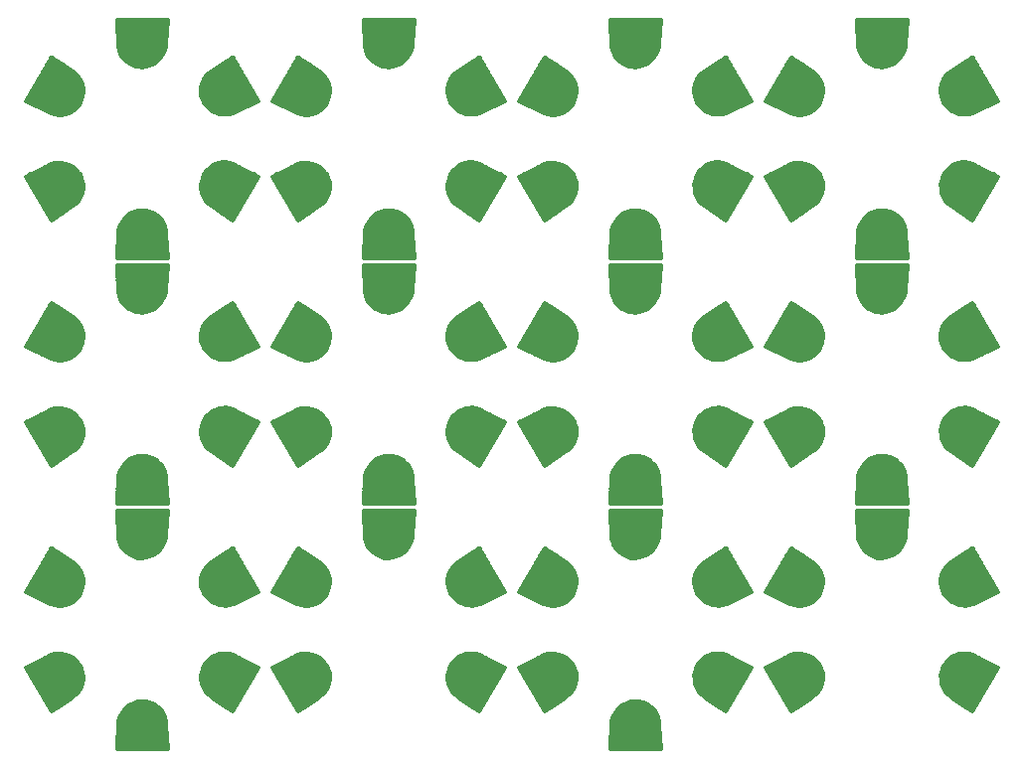
<source format=gbs>
G75*
%MOIN*%
%OFA0B0*%
%FSLAX24Y24*%
%IPPOS*%
%LPD*%
%AMOC8*
5,1,8,0,0,1.08239X$1,22.5*
%
%ADD10C,0.1346*%
%ADD11C,0.0120*%
D10*
X004017Y002826D03*
X006788Y001226D03*
X009559Y002826D03*
X012284Y002826D03*
X012284Y006026D03*
X015056Y007626D03*
X015056Y009462D03*
X017827Y011062D03*
X020552Y011062D03*
X023323Y009462D03*
X023323Y007626D03*
X020552Y006026D03*
X017827Y006026D03*
X017827Y002826D03*
X020552Y002826D03*
X023323Y001226D03*
X026095Y002826D03*
X028820Y002826D03*
X028820Y006026D03*
X031591Y007626D03*
X031591Y009462D03*
X034362Y011062D03*
X034362Y014262D03*
X031591Y015862D03*
X031591Y017698D03*
X034362Y019298D03*
X034362Y022498D03*
X031591Y024098D03*
X028820Y022498D03*
X026095Y022498D03*
X023323Y024098D03*
X020552Y022498D03*
X017827Y022498D03*
X015056Y024098D03*
X012284Y022498D03*
X009559Y022498D03*
X006788Y024098D03*
X004017Y022498D03*
X004017Y019298D03*
X006788Y017698D03*
X006788Y015862D03*
X009559Y014262D03*
X012284Y014262D03*
X015056Y015862D03*
X015056Y017698D03*
X017827Y019298D03*
X020552Y019298D03*
X023323Y017698D03*
X023323Y015862D03*
X020552Y014262D03*
X017827Y014262D03*
X012284Y011062D03*
X009559Y011062D03*
X006788Y009462D03*
X006788Y007626D03*
X009559Y006026D03*
X004017Y006026D03*
X004017Y011062D03*
X004017Y014262D03*
X009559Y019298D03*
X012284Y019298D03*
X026095Y019298D03*
X028820Y019298D03*
X028820Y014262D03*
X026095Y014262D03*
X026095Y011062D03*
X028820Y011062D03*
X026095Y006026D03*
X034362Y006026D03*
X034362Y002826D03*
D11*
X004286Y002046D02*
X003543Y002046D01*
X003611Y001928D02*
X004107Y001928D01*
X003929Y001809D02*
X003680Y001809D01*
X003748Y001691D02*
X003750Y001691D01*
X003749Y001689D02*
X002899Y003162D01*
X003617Y003518D01*
X003730Y003570D01*
X003850Y003604D01*
X003974Y003619D01*
X004099Y003615D01*
X004222Y003592D01*
X004340Y003550D01*
X004450Y003492D01*
X004550Y003417D01*
X004637Y003327D01*
X004709Y003226D01*
X004766Y003113D01*
X004804Y002992D01*
X004822Y002867D01*
X004820Y002741D01*
X004797Y002616D01*
X004755Y002497D01*
X004693Y002387D01*
X004615Y002287D01*
X004522Y002202D01*
X004417Y002133D01*
X003749Y001689D01*
X003474Y002165D02*
X004465Y002165D01*
X004610Y002283D02*
X003406Y002283D01*
X003338Y002402D02*
X004702Y002402D01*
X004763Y002520D02*
X003269Y002520D01*
X003201Y002639D02*
X004801Y002639D01*
X004820Y002757D02*
X003132Y002757D01*
X003064Y002876D02*
X004821Y002876D01*
X004804Y002994D02*
X002996Y002994D01*
X002927Y003113D02*
X004766Y003113D01*
X004705Y003231D02*
X003038Y003231D01*
X003277Y003350D02*
X004615Y003350D01*
X004481Y003468D02*
X003515Y003468D01*
X003789Y003587D02*
X004237Y003587D01*
X004101Y005222D02*
X004226Y005245D01*
X004345Y005287D01*
X004455Y005349D01*
X004555Y005427D01*
X004640Y005520D01*
X004709Y005626D01*
X004761Y005739D01*
X004795Y005859D01*
X004810Y005983D01*
X004806Y006108D01*
X004783Y006231D01*
X004741Y006349D01*
X004682Y006459D01*
X004607Y006559D01*
X004518Y006646D01*
X004417Y006718D01*
X003749Y007162D01*
X002899Y005689D01*
X003617Y005333D01*
X003729Y005276D01*
X003850Y005238D01*
X003975Y005220D01*
X004101Y005222D01*
X004227Y005246D02*
X003826Y005246D01*
X003554Y005364D02*
X004475Y005364D01*
X004606Y005483D02*
X003315Y005483D01*
X003077Y005601D02*
X004693Y005601D01*
X004752Y005720D02*
X002916Y005720D01*
X002984Y005838D02*
X004789Y005838D01*
X004807Y005957D02*
X003053Y005957D01*
X003121Y006075D02*
X004807Y006075D01*
X004790Y006194D02*
X003190Y006194D01*
X003258Y006312D02*
X004754Y006312D01*
X004698Y006431D02*
X003327Y006431D01*
X003395Y006549D02*
X004615Y006549D01*
X004488Y006668D02*
X003463Y006668D01*
X003532Y006786D02*
X004315Y006786D01*
X004136Y006905D02*
X003600Y006905D01*
X003669Y007023D02*
X003958Y007023D01*
X003779Y007142D02*
X003737Y007142D01*
X005995Y007499D02*
X006022Y007376D01*
X006069Y007259D01*
X006135Y007150D01*
X006216Y007054D01*
X006313Y006972D01*
X006421Y006907D01*
X006538Y006860D01*
X006662Y006833D01*
X006788Y006826D01*
X006912Y006838D01*
X007033Y006869D01*
X007148Y006917D01*
X007254Y006983D01*
X007349Y007065D01*
X007430Y007159D01*
X007496Y007265D01*
X007545Y007380D01*
X007576Y007501D01*
X007588Y007626D01*
X007638Y008426D01*
X005938Y008426D01*
X005988Y007626D01*
X005995Y007499D01*
X005995Y007497D02*
X007575Y007497D01*
X007587Y007616D02*
X005988Y007616D01*
X005981Y007734D02*
X007595Y007734D01*
X007602Y007853D02*
X005974Y007853D01*
X005966Y007971D02*
X007609Y007971D01*
X007617Y008090D02*
X005959Y008090D01*
X005951Y008208D02*
X007624Y008208D01*
X007632Y008327D02*
X005944Y008327D01*
X005938Y008662D02*
X007638Y008662D01*
X007588Y009462D01*
X007581Y009588D01*
X007553Y009711D01*
X007506Y009829D01*
X007441Y009937D01*
X007359Y010033D01*
X007263Y010115D01*
X007155Y010180D01*
X007037Y010227D01*
X006914Y010255D01*
X006788Y010262D01*
X006664Y010250D01*
X006543Y010219D01*
X006428Y010170D01*
X006322Y010104D01*
X006227Y010023D01*
X006146Y009928D01*
X006080Y009822D01*
X006031Y009707D01*
X006000Y009586D01*
X005988Y009462D01*
X005938Y008662D01*
X005939Y008682D02*
X007637Y008682D01*
X007629Y008801D02*
X005946Y008801D01*
X005954Y008919D02*
X007622Y008919D01*
X007614Y009038D02*
X005961Y009038D01*
X005969Y009156D02*
X007607Y009156D01*
X007600Y009275D02*
X005976Y009275D01*
X005983Y009393D02*
X007592Y009393D01*
X007585Y009512D02*
X005993Y009512D01*
X006011Y009630D02*
X007571Y009630D01*
X007538Y009749D02*
X006048Y009749D01*
X006108Y009867D02*
X007483Y009867D01*
X007400Y009986D02*
X006195Y009986D01*
X006322Y010104D02*
X007276Y010104D01*
X007049Y010223D02*
X006557Y010223D01*
X004797Y010853D02*
X004820Y010977D01*
X004822Y011103D01*
X004804Y011228D01*
X004766Y011349D01*
X004709Y011462D01*
X004637Y011563D01*
X004550Y011653D01*
X004450Y011728D01*
X004340Y011787D01*
X004222Y011828D01*
X004099Y011851D01*
X003974Y011855D01*
X003850Y011840D01*
X003730Y011806D01*
X003617Y011755D01*
X002899Y011398D01*
X003749Y009926D01*
X004417Y010369D01*
X004522Y010438D01*
X004615Y010524D01*
X004693Y010623D01*
X004755Y010734D01*
X004797Y010853D01*
X004784Y010815D02*
X003235Y010815D01*
X003167Y010934D02*
X004812Y010934D01*
X004821Y011052D02*
X003098Y011052D01*
X003030Y011171D02*
X004813Y011171D01*
X004785Y011289D02*
X002962Y011289D01*
X002918Y011408D02*
X004737Y011408D01*
X004663Y011526D02*
X003156Y011526D01*
X003395Y011645D02*
X004558Y011645D01*
X004384Y011763D02*
X003635Y011763D01*
X003304Y010697D02*
X004734Y010697D01*
X004658Y010578D02*
X003372Y010578D01*
X003440Y010460D02*
X004545Y010460D01*
X004374Y010341D02*
X003509Y010341D01*
X003577Y010223D02*
X004196Y010223D01*
X004017Y010104D02*
X003646Y010104D01*
X003714Y009986D02*
X003839Y009986D01*
X006022Y007379D02*
X007544Y007379D01*
X007493Y007260D02*
X006069Y007260D01*
X006142Y007142D02*
X007415Y007142D01*
X007300Y007023D02*
X006253Y007023D01*
X006427Y006905D02*
X007118Y006905D01*
X008806Y006312D02*
X010317Y006312D01*
X010249Y006431D02*
X008863Y006431D01*
X008882Y006464D02*
X008821Y006354D01*
X008778Y006235D01*
X008756Y006110D01*
X008753Y005984D01*
X008771Y005859D01*
X008809Y005738D01*
X008866Y005626D01*
X008939Y005524D01*
X009026Y005435D01*
X009126Y005360D01*
X009236Y005301D01*
X009354Y005259D01*
X009476Y005236D01*
X009601Y005232D01*
X009725Y005247D01*
X009845Y005281D01*
X009959Y005333D01*
X010677Y005689D01*
X009827Y007162D01*
X009159Y006718D01*
X009053Y006649D01*
X008960Y006564D01*
X008882Y006464D01*
X008949Y006549D02*
X010181Y006549D01*
X010112Y006668D02*
X009081Y006668D01*
X009261Y006786D02*
X010044Y006786D01*
X009975Y006905D02*
X009439Y006905D01*
X009618Y007023D02*
X009907Y007023D01*
X009839Y007142D02*
X009796Y007142D01*
X010386Y006194D02*
X008771Y006194D01*
X008755Y006075D02*
X010454Y006075D01*
X010523Y005957D02*
X008757Y005957D01*
X008778Y005838D02*
X010591Y005838D01*
X010660Y005720D02*
X008819Y005720D01*
X008884Y005601D02*
X010499Y005601D01*
X010260Y005483D02*
X008979Y005483D01*
X009120Y005364D02*
X010022Y005364D01*
X009710Y005246D02*
X009427Y005246D01*
X011166Y005689D02*
X012016Y007162D01*
X012684Y006718D01*
X012786Y006646D01*
X012875Y006559D01*
X012950Y006459D01*
X013009Y006349D01*
X013051Y006231D01*
X013074Y006108D01*
X013078Y005983D01*
X013063Y005859D01*
X013029Y005739D01*
X012977Y005626D01*
X012908Y005520D01*
X012822Y005427D01*
X012723Y005349D01*
X012612Y005287D01*
X012493Y005245D01*
X012369Y005222D01*
X012243Y005220D01*
X012118Y005238D01*
X011997Y005276D01*
X011884Y005333D01*
X011166Y005689D01*
X011184Y005720D02*
X013020Y005720D01*
X013056Y005838D02*
X011252Y005838D01*
X011321Y005957D02*
X013074Y005957D01*
X013075Y006075D02*
X011389Y006075D01*
X011457Y006194D02*
X013058Y006194D01*
X013022Y006312D02*
X011526Y006312D01*
X011594Y006431D02*
X012965Y006431D01*
X012882Y006549D02*
X011663Y006549D01*
X011731Y006668D02*
X012755Y006668D01*
X012582Y006786D02*
X011799Y006786D01*
X011868Y006905D02*
X012404Y006905D01*
X012225Y007023D02*
X011936Y007023D01*
X012005Y007142D02*
X012047Y007142D01*
X011344Y005601D02*
X012961Y005601D01*
X012873Y005483D02*
X011583Y005483D01*
X011821Y005364D02*
X012743Y005364D01*
X012495Y005246D02*
X012093Y005246D01*
X012242Y003619D02*
X012118Y003604D01*
X011998Y003570D01*
X011884Y003518D01*
X011166Y003162D01*
X012016Y001689D01*
X012684Y002133D01*
X012790Y002202D01*
X012883Y002287D01*
X012961Y002387D01*
X013022Y002497D01*
X013065Y002616D01*
X013088Y002741D01*
X013090Y002867D01*
X013072Y002992D01*
X013034Y003113D01*
X012977Y003226D01*
X012904Y003327D01*
X012817Y003417D01*
X012717Y003492D01*
X012607Y003550D01*
X012490Y003592D01*
X012367Y003615D01*
X012242Y003619D01*
X012056Y003587D02*
X012505Y003587D01*
X012749Y003468D02*
X011783Y003468D01*
X011544Y003350D02*
X012883Y003350D01*
X012973Y003231D02*
X011306Y003231D01*
X011195Y003113D02*
X013034Y003113D01*
X013071Y002994D02*
X011263Y002994D01*
X011332Y002876D02*
X013089Y002876D01*
X013088Y002757D02*
X011400Y002757D01*
X011468Y002639D02*
X013069Y002639D01*
X013030Y002520D02*
X011537Y002520D01*
X011605Y002402D02*
X012969Y002402D01*
X012878Y002283D02*
X011674Y002283D01*
X011742Y002165D02*
X012733Y002165D01*
X012554Y002046D02*
X011811Y002046D01*
X011879Y001928D02*
X012375Y001928D01*
X012196Y001809D02*
X011947Y001809D01*
X012016Y001691D02*
X012018Y001691D01*
X010375Y002639D02*
X008789Y002639D01*
X008793Y002620D02*
X008834Y002502D01*
X008893Y002392D01*
X008968Y002293D01*
X009057Y002205D01*
X009159Y002133D01*
X009827Y001689D01*
X010677Y003162D01*
X009959Y003518D01*
X009846Y003575D01*
X009726Y003613D01*
X009601Y003631D01*
X009474Y003629D01*
X009350Y003606D01*
X009231Y003564D01*
X009120Y003503D01*
X009021Y003424D01*
X008936Y003331D01*
X008866Y003226D01*
X008815Y003112D01*
X008781Y002992D01*
X008766Y002868D01*
X008770Y002743D01*
X008793Y002620D01*
X008828Y002520D02*
X010306Y002520D01*
X010238Y002402D02*
X008888Y002402D01*
X008978Y002283D02*
X010170Y002283D01*
X010101Y002165D02*
X009115Y002165D01*
X009290Y002046D02*
X010033Y002046D01*
X009964Y001928D02*
X009468Y001928D01*
X009647Y001809D02*
X009896Y001809D01*
X009827Y001691D02*
X009825Y001691D01*
X010443Y002757D02*
X008769Y002757D01*
X008767Y002876D02*
X010512Y002876D01*
X010580Y002994D02*
X008781Y002994D01*
X008815Y003113D02*
X010648Y003113D01*
X010537Y003231D02*
X008870Y003231D01*
X008952Y003350D02*
X010299Y003350D01*
X010061Y003468D02*
X009076Y003468D01*
X009295Y003587D02*
X009811Y003587D01*
X007441Y001701D02*
X007359Y001797D01*
X007263Y001879D01*
X007155Y001944D01*
X007037Y001991D01*
X006914Y002018D01*
X006788Y002026D01*
X006664Y002014D01*
X006543Y001983D01*
X006428Y001934D01*
X006322Y001868D01*
X006227Y001787D01*
X006146Y001692D01*
X006080Y001586D01*
X006031Y001471D01*
X006000Y001350D01*
X005988Y001226D01*
X005938Y000426D01*
X007638Y000426D01*
X007588Y001226D01*
X007581Y001352D01*
X007553Y001475D01*
X007506Y001592D01*
X007441Y001701D01*
X007447Y001691D02*
X006145Y001691D01*
X006074Y001572D02*
X007515Y001572D01*
X007558Y001454D02*
X006026Y001454D01*
X005998Y001335D02*
X007582Y001335D01*
X007588Y001217D02*
X005987Y001217D01*
X005980Y001098D02*
X007596Y001098D01*
X007603Y000980D02*
X005972Y000980D01*
X005965Y000861D02*
X007611Y000861D01*
X007618Y000743D02*
X005958Y000743D01*
X005950Y000624D02*
X007625Y000624D01*
X007633Y000506D02*
X005943Y000506D01*
X006253Y001809D02*
X007345Y001809D01*
X007182Y001928D02*
X006418Y001928D01*
X014402Y007150D02*
X014484Y007054D01*
X014580Y006972D01*
X014689Y006907D01*
X014806Y006860D01*
X014929Y006833D01*
X015056Y006826D01*
X015180Y006838D01*
X015301Y006869D01*
X015416Y006917D01*
X015522Y006983D01*
X015616Y007065D01*
X015698Y007159D01*
X015764Y007265D01*
X015813Y007380D01*
X015843Y007501D01*
X015856Y007626D01*
X015906Y008426D01*
X014206Y008426D01*
X014256Y007626D01*
X014263Y007499D01*
X014290Y007376D01*
X014337Y007259D01*
X014402Y007150D01*
X014410Y007142D02*
X015682Y007142D01*
X015760Y007260D02*
X014336Y007260D01*
X014290Y007379D02*
X015812Y007379D01*
X015842Y007497D02*
X014263Y007497D01*
X014256Y007616D02*
X015855Y007616D01*
X015862Y007734D02*
X014249Y007734D01*
X014241Y007853D02*
X015870Y007853D01*
X015877Y007971D02*
X014234Y007971D01*
X014227Y008090D02*
X015885Y008090D01*
X015892Y008208D02*
X014219Y008208D01*
X014212Y008327D02*
X015899Y008327D01*
X015906Y008662D02*
X014206Y008662D01*
X014256Y009462D01*
X014268Y009586D01*
X014298Y009707D01*
X014347Y009822D01*
X014413Y009928D01*
X014495Y010023D01*
X014589Y010104D01*
X015544Y010104D01*
X015531Y010115D02*
X015627Y010033D01*
X015709Y009937D01*
X015774Y009829D01*
X015821Y009711D01*
X015848Y009588D01*
X015856Y009462D01*
X015906Y008662D01*
X015904Y008682D02*
X014207Y008682D01*
X014214Y008801D02*
X015897Y008801D01*
X015889Y008919D02*
X014222Y008919D01*
X014229Y009038D02*
X015882Y009038D01*
X015875Y009156D02*
X014236Y009156D01*
X014244Y009275D02*
X015867Y009275D01*
X015860Y009393D02*
X014251Y009393D01*
X014260Y009512D02*
X015853Y009512D01*
X015839Y009630D02*
X014279Y009630D01*
X014316Y009749D02*
X015806Y009749D01*
X015751Y009867D02*
X014375Y009867D01*
X014463Y009986D02*
X015667Y009986D01*
X015531Y010115D02*
X015422Y010180D01*
X015305Y010227D01*
X015182Y010255D01*
X015056Y010262D01*
X014931Y010250D01*
X014810Y010219D01*
X014695Y010170D01*
X014589Y010104D01*
X014824Y010223D02*
X015317Y010223D01*
X017060Y010856D02*
X017102Y010739D01*
X017161Y010629D01*
X017236Y010529D01*
X017325Y010442D01*
X017427Y010369D01*
X018095Y009926D01*
X018945Y011398D01*
X018227Y011755D01*
X018114Y011812D01*
X017993Y011849D01*
X017868Y011868D01*
X017742Y011865D01*
X017618Y011842D01*
X017499Y011800D01*
X017388Y011739D01*
X017289Y011661D01*
X017203Y011568D01*
X017134Y011462D01*
X017082Y011348D01*
X017049Y011228D01*
X017033Y011104D01*
X017037Y010979D01*
X017060Y010856D01*
X017075Y010815D02*
X018608Y010815D01*
X018540Y010697D02*
X017125Y010697D01*
X017199Y010578D02*
X018471Y010578D01*
X018403Y010460D02*
X017307Y010460D01*
X017469Y010341D02*
X018334Y010341D01*
X018266Y010223D02*
X017647Y010223D01*
X017826Y010104D02*
X018198Y010104D01*
X018129Y009986D02*
X018004Y009986D01*
X018676Y010934D02*
X017046Y010934D01*
X017035Y011052D02*
X018745Y011052D01*
X018813Y011171D02*
X017042Y011171D01*
X017066Y011289D02*
X018882Y011289D01*
X018925Y011408D02*
X017109Y011408D01*
X017176Y011526D02*
X018687Y011526D01*
X018448Y011645D02*
X017274Y011645D01*
X017432Y011763D02*
X018210Y011763D01*
X019434Y011398D02*
X020284Y009926D01*
X020952Y010369D01*
X021058Y010438D01*
X021151Y010524D01*
X021229Y010623D01*
X021290Y010734D01*
X021333Y010853D01*
X021355Y010977D01*
X021358Y011103D01*
X021340Y011228D01*
X021302Y011349D01*
X021245Y011462D01*
X021172Y011563D01*
X021085Y011653D01*
X020985Y011728D01*
X020875Y011787D01*
X020757Y011828D01*
X020635Y011851D01*
X020510Y011855D01*
X020386Y011840D01*
X020266Y011806D01*
X020152Y011755D01*
X019434Y011398D01*
X019453Y011408D02*
X021272Y011408D01*
X021321Y011289D02*
X019497Y011289D01*
X019565Y011171D02*
X021348Y011171D01*
X021357Y011052D02*
X019634Y011052D01*
X019702Y010934D02*
X021347Y010934D01*
X021319Y010815D02*
X019771Y010815D01*
X019839Y010697D02*
X021270Y010697D01*
X021194Y010578D02*
X019907Y010578D01*
X019976Y010460D02*
X021081Y010460D01*
X020910Y010341D02*
X020044Y010341D01*
X020113Y010223D02*
X020731Y010223D01*
X020553Y010104D02*
X020181Y010104D01*
X020250Y009986D02*
X020374Y009986D01*
X022535Y009586D02*
X022523Y009462D01*
X022473Y008662D01*
X024173Y008662D01*
X024123Y009462D01*
X024116Y009588D01*
X024089Y009711D01*
X024042Y009829D01*
X023976Y009937D01*
X023895Y010033D01*
X023798Y010115D01*
X023690Y010180D01*
X023573Y010227D01*
X023449Y010255D01*
X023323Y010262D01*
X023199Y010250D01*
X023078Y010219D01*
X022963Y010170D01*
X022857Y010104D01*
X023811Y010104D01*
X023935Y009986D02*
X022730Y009986D01*
X022762Y010023D02*
X022681Y009928D01*
X022615Y009822D01*
X022566Y009707D01*
X022535Y009586D01*
X022546Y009630D02*
X024107Y009630D01*
X024120Y009512D02*
X022528Y009512D01*
X022519Y009393D02*
X024128Y009393D01*
X024135Y009275D02*
X022512Y009275D01*
X022504Y009156D02*
X024142Y009156D01*
X024150Y009038D02*
X022497Y009038D01*
X022489Y008919D02*
X024157Y008919D01*
X024165Y008801D02*
X022482Y008801D01*
X022474Y008682D02*
X024172Y008682D01*
X024173Y008426D02*
X022473Y008426D01*
X022523Y007626D01*
X022530Y007499D01*
X022558Y007376D01*
X022605Y007259D01*
X022670Y007150D01*
X022752Y007054D01*
X022848Y006972D01*
X022956Y006907D01*
X023074Y006860D01*
X023197Y006833D01*
X023323Y006826D01*
X023448Y006838D01*
X023568Y006869D01*
X023683Y006917D01*
X023789Y006983D01*
X023884Y007065D01*
X023965Y007159D01*
X024031Y007265D01*
X024080Y007380D01*
X024111Y007501D01*
X024123Y007626D01*
X024173Y008426D01*
X024167Y008327D02*
X022479Y008327D01*
X022487Y008208D02*
X024160Y008208D01*
X024152Y008090D02*
X022494Y008090D01*
X022502Y007971D02*
X024145Y007971D01*
X024137Y007853D02*
X022509Y007853D01*
X022516Y007734D02*
X024130Y007734D01*
X024122Y007616D02*
X022524Y007616D01*
X022531Y007497D02*
X024110Y007497D01*
X024080Y007379D02*
X022557Y007379D01*
X022604Y007260D02*
X024028Y007260D01*
X023950Y007142D02*
X022678Y007142D01*
X022788Y007023D02*
X023836Y007023D01*
X023653Y006905D02*
X022963Y006905D01*
X021290Y006312D02*
X019794Y006312D01*
X019862Y006431D02*
X021233Y006431D01*
X021218Y006459D02*
X021143Y006559D01*
X021054Y006646D01*
X020952Y006718D01*
X020284Y007162D01*
X019434Y005689D01*
X020152Y005333D01*
X020265Y005276D01*
X020385Y005238D01*
X020510Y005220D01*
X020637Y005222D01*
X020761Y005245D01*
X020880Y005287D01*
X020991Y005349D01*
X021090Y005427D01*
X021175Y005520D01*
X021245Y005626D01*
X021296Y005739D01*
X021330Y005859D01*
X021345Y005983D01*
X021341Y006108D01*
X021318Y006231D01*
X021277Y006349D01*
X021218Y006459D01*
X021150Y006549D02*
X019930Y006549D01*
X019999Y006668D02*
X021023Y006668D01*
X020850Y006786D02*
X020067Y006786D01*
X020136Y006905D02*
X020672Y006905D01*
X020493Y007023D02*
X020204Y007023D01*
X020272Y007142D02*
X020315Y007142D01*
X019725Y006194D02*
X021325Y006194D01*
X021342Y006075D02*
X019657Y006075D01*
X019588Y005957D02*
X021342Y005957D01*
X021324Y005838D02*
X019520Y005838D01*
X019451Y005720D02*
X021287Y005720D01*
X021229Y005601D02*
X019612Y005601D01*
X019851Y005483D02*
X021141Y005483D01*
X021010Y005364D02*
X020089Y005364D01*
X020361Y005246D02*
X020763Y005246D01*
X018945Y005689D02*
X018095Y007162D01*
X017427Y006718D01*
X017321Y006649D01*
X017228Y006564D01*
X017150Y006464D01*
X017089Y006354D01*
X017046Y006235D01*
X017023Y006110D01*
X017021Y005984D01*
X017039Y005859D01*
X017077Y005738D01*
X017134Y005626D01*
X017207Y005524D01*
X017294Y005435D01*
X017394Y005360D01*
X017504Y005301D01*
X017621Y005259D01*
X017744Y005236D01*
X017869Y005232D01*
X017993Y005247D01*
X018113Y005281D01*
X018227Y005333D01*
X018945Y005689D01*
X018927Y005720D02*
X017087Y005720D01*
X017046Y005838D02*
X018859Y005838D01*
X018790Y005957D02*
X017025Y005957D01*
X017023Y006075D02*
X018722Y006075D01*
X018654Y006194D02*
X017039Y006194D01*
X017074Y006312D02*
X018585Y006312D01*
X018517Y006431D02*
X017131Y006431D01*
X017216Y006549D02*
X018448Y006549D01*
X018380Y006668D02*
X017349Y006668D01*
X017529Y006786D02*
X018312Y006786D01*
X018243Y006905D02*
X017707Y006905D01*
X017886Y007023D02*
X018175Y007023D01*
X018106Y007142D02*
X018064Y007142D01*
X018767Y005601D02*
X017152Y005601D01*
X017247Y005483D02*
X018528Y005483D01*
X018290Y005364D02*
X017388Y005364D01*
X017695Y005246D02*
X017978Y005246D01*
X017868Y003631D02*
X017742Y003629D01*
X017618Y003606D01*
X017499Y003564D01*
X017388Y003503D01*
X017289Y003424D01*
X017203Y003331D01*
X017134Y003226D01*
X017082Y003112D01*
X017049Y002992D01*
X017033Y002868D01*
X017037Y002743D01*
X017060Y002620D01*
X017102Y002502D01*
X017161Y002392D01*
X017236Y002293D01*
X017325Y002205D01*
X017427Y002133D01*
X018095Y001689D01*
X018945Y003162D01*
X018227Y003518D01*
X018114Y003575D01*
X017993Y003613D01*
X017868Y003631D01*
X018078Y003587D02*
X017563Y003587D01*
X017344Y003468D02*
X018328Y003468D01*
X018567Y003350D02*
X017220Y003350D01*
X017138Y003231D02*
X018805Y003231D01*
X018916Y003113D02*
X017083Y003113D01*
X017049Y002994D02*
X018848Y002994D01*
X018779Y002876D02*
X017034Y002876D01*
X017037Y002757D02*
X018711Y002757D01*
X018643Y002639D02*
X017057Y002639D01*
X017096Y002520D02*
X018574Y002520D01*
X018506Y002402D02*
X017156Y002402D01*
X017246Y002283D02*
X018437Y002283D01*
X018369Y002165D02*
X017382Y002165D01*
X017558Y002046D02*
X018300Y002046D01*
X018232Y001928D02*
X017736Y001928D01*
X017915Y001809D02*
X018164Y001809D01*
X018095Y001691D02*
X018093Y001691D01*
X019736Y002639D02*
X021337Y002639D01*
X021333Y002616D02*
X021355Y002741D01*
X021358Y002867D01*
X021340Y002992D01*
X021302Y003113D01*
X021245Y003226D01*
X021172Y003327D01*
X021085Y003417D01*
X020985Y003492D01*
X020875Y003550D01*
X020757Y003592D01*
X020635Y003615D01*
X020510Y003619D01*
X020386Y003604D01*
X020266Y003570D01*
X020152Y003518D01*
X019434Y003162D01*
X020284Y001689D01*
X020952Y002133D01*
X021058Y002202D01*
X021151Y002287D01*
X021229Y002387D01*
X021290Y002497D01*
X021333Y002616D01*
X021298Y002520D02*
X019805Y002520D01*
X019873Y002402D02*
X021237Y002402D01*
X021146Y002283D02*
X019941Y002283D01*
X020010Y002165D02*
X021000Y002165D01*
X020821Y002046D02*
X020078Y002046D01*
X020147Y001928D02*
X020643Y001928D01*
X020464Y001809D02*
X020215Y001809D01*
X020284Y001691D02*
X020286Y001691D01*
X019668Y002757D02*
X021356Y002757D01*
X021356Y002876D02*
X019599Y002876D01*
X019531Y002994D02*
X021339Y002994D01*
X021302Y003113D02*
X019463Y003113D01*
X019574Y003231D02*
X021241Y003231D01*
X021150Y003350D02*
X019812Y003350D01*
X020051Y003468D02*
X021016Y003468D01*
X020773Y003587D02*
X020324Y003587D01*
X022681Y001692D02*
X022762Y001787D01*
X022857Y001868D01*
X022963Y001934D01*
X023078Y001983D01*
X023199Y002014D01*
X023323Y002026D01*
X023449Y002018D01*
X023573Y001991D01*
X023690Y001944D01*
X023798Y001879D01*
X023895Y001797D01*
X023976Y001701D01*
X024042Y001592D01*
X024089Y001475D01*
X024116Y001352D01*
X024123Y001226D01*
X024173Y000426D01*
X022473Y000426D01*
X022523Y001226D01*
X022535Y001350D01*
X022566Y001471D01*
X022615Y001586D01*
X022681Y001692D01*
X022680Y001691D02*
X023983Y001691D01*
X024050Y001572D02*
X022609Y001572D01*
X022562Y001454D02*
X024093Y001454D01*
X024117Y001335D02*
X022534Y001335D01*
X022523Y001217D02*
X024124Y001217D01*
X024131Y001098D02*
X022515Y001098D01*
X022508Y000980D02*
X024139Y000980D01*
X024146Y000861D02*
X022500Y000861D01*
X022493Y000743D02*
X024153Y000743D01*
X024161Y000624D02*
X022486Y000624D01*
X022478Y000506D02*
X024168Y000506D01*
X023881Y001809D02*
X022788Y001809D01*
X022953Y001928D02*
X023718Y001928D01*
X025370Y002502D02*
X025328Y002620D01*
X025305Y002743D01*
X025301Y002868D01*
X025316Y002992D01*
X025350Y003112D01*
X025402Y003226D01*
X025471Y003331D01*
X025556Y003424D01*
X025656Y003503D01*
X025766Y003564D01*
X025885Y003606D01*
X026010Y003629D01*
X026136Y003631D01*
X026261Y003613D01*
X026382Y003575D01*
X026495Y003518D01*
X027212Y003162D01*
X026362Y001689D01*
X025695Y002133D01*
X025593Y002205D01*
X025504Y002293D01*
X025429Y002392D01*
X025370Y002502D01*
X025363Y002520D02*
X026842Y002520D01*
X026910Y002639D02*
X025325Y002639D01*
X025305Y002757D02*
X026979Y002757D01*
X027047Y002876D02*
X025302Y002876D01*
X025317Y002994D02*
X027116Y002994D01*
X027184Y003113D02*
X025350Y003113D01*
X025405Y003231D02*
X027073Y003231D01*
X026834Y003350D02*
X025488Y003350D01*
X025612Y003468D02*
X026596Y003468D01*
X026346Y003587D02*
X025830Y003587D01*
X025424Y002402D02*
X026773Y002402D01*
X026705Y002283D02*
X025513Y002283D01*
X025650Y002165D02*
X026637Y002165D01*
X026568Y002046D02*
X025825Y002046D01*
X026004Y001928D02*
X026500Y001928D01*
X026431Y001809D02*
X026182Y001809D01*
X026361Y001691D02*
X026363Y001691D01*
X028004Y002639D02*
X029604Y002639D01*
X029600Y002616D02*
X029623Y002741D01*
X029625Y002867D01*
X029607Y002992D01*
X029569Y003113D01*
X029512Y003226D01*
X029440Y003327D01*
X029353Y003417D01*
X029253Y003492D01*
X029143Y003550D01*
X029025Y003592D01*
X028902Y003615D01*
X028777Y003619D01*
X028654Y003604D01*
X028533Y003570D01*
X028420Y003518D01*
X027702Y003162D01*
X028552Y001689D01*
X029220Y002133D01*
X029325Y002202D01*
X029418Y002287D01*
X029497Y002387D01*
X029558Y002497D01*
X029600Y002616D01*
X029566Y002520D02*
X028072Y002520D01*
X028141Y002402D02*
X029505Y002402D01*
X029414Y002283D02*
X028209Y002283D01*
X028278Y002165D02*
X029268Y002165D01*
X029089Y002046D02*
X028346Y002046D01*
X028414Y001928D02*
X028910Y001928D01*
X028732Y001809D02*
X028483Y001809D01*
X028551Y001691D02*
X028553Y001691D01*
X027935Y002757D02*
X029623Y002757D01*
X029624Y002876D02*
X027867Y002876D01*
X027799Y002994D02*
X029607Y002994D01*
X029569Y003113D02*
X027730Y003113D01*
X027841Y003231D02*
X029509Y003231D01*
X029418Y003350D02*
X028080Y003350D01*
X028318Y003468D02*
X029284Y003468D01*
X029040Y003587D02*
X028592Y003587D01*
X028778Y005220D02*
X028904Y005222D01*
X029029Y005245D01*
X029148Y005287D01*
X029258Y005349D01*
X029358Y005427D01*
X029443Y005520D01*
X029512Y005626D01*
X029564Y005739D01*
X029598Y005859D01*
X029613Y005983D01*
X029609Y006108D01*
X029586Y006231D01*
X029545Y006349D01*
X029486Y006459D01*
X029411Y006559D01*
X029321Y006646D01*
X029220Y006718D01*
X028552Y007162D01*
X027702Y005689D01*
X028420Y005333D01*
X028533Y005276D01*
X028653Y005238D01*
X028778Y005220D01*
X028629Y005246D02*
X029030Y005246D01*
X029278Y005364D02*
X028357Y005364D01*
X028118Y005483D02*
X029409Y005483D01*
X029496Y005601D02*
X027880Y005601D01*
X027719Y005720D02*
X029555Y005720D01*
X029592Y005838D02*
X027788Y005838D01*
X027856Y005957D02*
X029610Y005957D01*
X029610Y006075D02*
X027924Y006075D01*
X027993Y006194D02*
X029593Y006194D01*
X029557Y006312D02*
X028061Y006312D01*
X028130Y006431D02*
X029501Y006431D01*
X029418Y006549D02*
X028198Y006549D01*
X028267Y006668D02*
X029291Y006668D01*
X029118Y006786D02*
X028335Y006786D01*
X028403Y006905D02*
X028939Y006905D01*
X028761Y007023D02*
X028472Y007023D01*
X028540Y007142D02*
X028582Y007142D01*
X026921Y006194D02*
X025306Y006194D01*
X025314Y006235D02*
X025291Y006110D01*
X025289Y005984D01*
X025307Y005859D01*
X025345Y005738D01*
X025402Y005626D01*
X025474Y005524D01*
X025561Y005435D01*
X025661Y005360D01*
X025771Y005301D01*
X025889Y005259D01*
X026012Y005236D01*
X026137Y005232D01*
X026261Y005247D01*
X026381Y005281D01*
X026495Y005333D01*
X027212Y005689D01*
X026362Y007162D01*
X025695Y006718D01*
X025589Y006649D01*
X025496Y006564D01*
X025418Y006464D01*
X025356Y006354D01*
X025314Y006235D01*
X025341Y006312D02*
X026853Y006312D01*
X026784Y006431D02*
X025399Y006431D01*
X025484Y006549D02*
X026716Y006549D01*
X026648Y006668D02*
X025617Y006668D01*
X025796Y006786D02*
X026579Y006786D01*
X026511Y006905D02*
X025975Y006905D01*
X026153Y007023D02*
X026442Y007023D01*
X026374Y007142D02*
X026332Y007142D01*
X026990Y006075D02*
X025291Y006075D01*
X025293Y005957D02*
X027058Y005957D01*
X027127Y005838D02*
X025313Y005838D01*
X025354Y005720D02*
X027195Y005720D01*
X027034Y005601D02*
X025419Y005601D01*
X025515Y005483D02*
X026796Y005483D01*
X026557Y005364D02*
X025655Y005364D01*
X025963Y005246D02*
X026246Y005246D01*
X030872Y007259D02*
X030938Y007150D01*
X031020Y007054D01*
X031116Y006972D01*
X031224Y006907D01*
X031341Y006860D01*
X031465Y006833D01*
X031591Y006826D01*
X031715Y006838D01*
X031836Y006869D01*
X031951Y006917D01*
X032057Y006983D01*
X032152Y007065D01*
X032233Y007159D01*
X032299Y007265D01*
X032348Y007380D01*
X032379Y007501D01*
X032391Y007626D01*
X032441Y008426D01*
X030741Y008426D01*
X030791Y007626D01*
X030798Y007499D01*
X030825Y007376D01*
X030872Y007259D01*
X030872Y007260D02*
X032296Y007260D01*
X032347Y007379D02*
X030825Y007379D01*
X030799Y007497D02*
X032378Y007497D01*
X032390Y007616D02*
X030792Y007616D01*
X030784Y007734D02*
X032398Y007734D01*
X032405Y007853D02*
X030777Y007853D01*
X030769Y007971D02*
X032413Y007971D01*
X032420Y008090D02*
X030762Y008090D01*
X030755Y008208D02*
X032427Y008208D01*
X032435Y008327D02*
X030747Y008327D01*
X030741Y008662D02*
X032441Y008662D01*
X032391Y009462D01*
X032384Y009588D01*
X032356Y009711D01*
X032309Y009829D01*
X032244Y009937D01*
X032162Y010033D01*
X032066Y010115D01*
X031958Y010180D01*
X031840Y010227D01*
X031717Y010255D01*
X031591Y010262D01*
X031467Y010250D01*
X031346Y010219D01*
X031231Y010170D01*
X031125Y010104D01*
X031030Y010023D01*
X030949Y009928D01*
X030883Y009822D01*
X030834Y009707D01*
X030803Y009586D01*
X030791Y009462D01*
X030741Y008662D01*
X030742Y008682D02*
X032440Y008682D01*
X032432Y008801D02*
X030750Y008801D01*
X030757Y008919D02*
X032425Y008919D01*
X032417Y009038D02*
X030764Y009038D01*
X030772Y009156D02*
X032410Y009156D01*
X032403Y009275D02*
X030779Y009275D01*
X030787Y009393D02*
X032395Y009393D01*
X032388Y009512D02*
X030796Y009512D01*
X030814Y009630D02*
X032374Y009630D01*
X032342Y009749D02*
X030852Y009749D01*
X030911Y009867D02*
X032286Y009867D01*
X032203Y009986D02*
X030998Y009986D01*
X031125Y010104D02*
X032079Y010104D01*
X031852Y010223D02*
X031360Y010223D01*
X029600Y010853D02*
X029623Y010977D01*
X029625Y011103D01*
X029607Y011228D01*
X029569Y011349D01*
X029512Y011462D01*
X029440Y011563D01*
X029353Y011653D01*
X029253Y011728D01*
X029143Y011787D01*
X029025Y011828D01*
X028902Y011851D01*
X028777Y011855D01*
X028654Y011840D01*
X028533Y011806D01*
X028420Y011755D01*
X027702Y011398D01*
X028552Y009926D01*
X029220Y010369D01*
X029325Y010438D01*
X029418Y010524D01*
X029497Y010623D01*
X029558Y010734D01*
X029600Y010853D01*
X029587Y010815D02*
X028038Y010815D01*
X027970Y010934D02*
X029615Y010934D01*
X029624Y011052D02*
X027902Y011052D01*
X027833Y011171D02*
X029616Y011171D01*
X029588Y011289D02*
X027765Y011289D01*
X027721Y011408D02*
X029540Y011408D01*
X029467Y011526D02*
X027960Y011526D01*
X028198Y011645D02*
X029361Y011645D01*
X029187Y011763D02*
X028438Y011763D01*
X028107Y010697D02*
X029537Y010697D01*
X029461Y010578D02*
X028175Y010578D01*
X028244Y010460D02*
X029349Y010460D01*
X029178Y010341D02*
X028312Y010341D01*
X028380Y010223D02*
X028999Y010223D01*
X028820Y010104D02*
X028449Y010104D01*
X028517Y009986D02*
X028642Y009986D01*
X026944Y010934D02*
X025314Y010934D01*
X025305Y010979D02*
X025328Y010856D01*
X025370Y010739D01*
X025429Y010629D01*
X025504Y010529D01*
X025593Y010442D01*
X025695Y010369D01*
X026362Y009926D01*
X027212Y011398D01*
X026495Y011755D01*
X026382Y011812D01*
X026261Y011849D01*
X026136Y011868D01*
X026010Y011865D01*
X025885Y011842D01*
X025766Y011800D01*
X025656Y011739D01*
X025556Y011661D01*
X025471Y011568D01*
X025402Y011462D01*
X025350Y011348D01*
X025316Y011228D01*
X025301Y011104D01*
X025305Y010979D01*
X025303Y011052D02*
X027013Y011052D01*
X027081Y011171D02*
X025309Y011171D01*
X025333Y011289D02*
X027149Y011289D01*
X027193Y011408D02*
X025377Y011408D01*
X025444Y011526D02*
X026955Y011526D01*
X026716Y011645D02*
X025542Y011645D01*
X025700Y011763D02*
X026478Y011763D01*
X026876Y010815D02*
X025343Y010815D01*
X025392Y010697D02*
X026807Y010697D01*
X026739Y010578D02*
X025467Y010578D01*
X025575Y010460D02*
X026671Y010460D01*
X026602Y010341D02*
X025737Y010341D01*
X025915Y010223D02*
X026534Y010223D01*
X026465Y010104D02*
X026094Y010104D01*
X026272Y009986D02*
X026397Y009986D01*
X024074Y009749D02*
X022584Y009749D01*
X022643Y009867D02*
X024019Y009867D01*
X023585Y010223D02*
X023092Y010223D01*
X022857Y010104D02*
X022762Y010023D01*
X021199Y011526D02*
X019692Y011526D01*
X019930Y011645D02*
X021093Y011645D01*
X020919Y011763D02*
X020170Y011763D01*
X020385Y013474D02*
X020265Y013512D01*
X020152Y013569D01*
X019434Y013926D01*
X020284Y015398D01*
X020952Y014955D01*
X021054Y014882D01*
X021143Y014795D01*
X021218Y014695D01*
X021277Y014585D01*
X021318Y014467D01*
X021341Y014344D01*
X021345Y014220D01*
X021330Y014096D01*
X021296Y013975D01*
X021245Y013862D01*
X021175Y013756D01*
X021090Y013663D01*
X020991Y013585D01*
X020880Y013524D01*
X020761Y013481D01*
X020637Y013458D01*
X020510Y013456D01*
X020385Y013474D01*
X020208Y013541D02*
X020911Y013541D01*
X021085Y013659D02*
X019971Y013659D01*
X019732Y013778D02*
X021190Y013778D01*
X021260Y013896D02*
X019494Y013896D01*
X019485Y014015D02*
X021307Y014015D01*
X021335Y014133D02*
X019554Y014133D01*
X019622Y014252D02*
X021344Y014252D01*
X021336Y014370D02*
X019691Y014370D01*
X019759Y014489D02*
X021311Y014489D01*
X021265Y014607D02*
X019827Y014607D01*
X019896Y014726D02*
X021195Y014726D01*
X021092Y014844D02*
X019964Y014844D01*
X020033Y014963D02*
X020940Y014963D01*
X020762Y015081D02*
X020101Y015081D01*
X020170Y015200D02*
X020583Y015200D01*
X020404Y015318D02*
X020238Y015318D01*
X018688Y014370D02*
X017028Y014370D01*
X017023Y014347D02*
X017021Y014220D01*
X017039Y014095D01*
X017077Y013975D01*
X017134Y013862D01*
X017207Y013760D01*
X017294Y013671D01*
X017394Y013596D01*
X017504Y013537D01*
X017621Y013496D01*
X017744Y013473D01*
X017869Y013468D01*
X017993Y013484D01*
X018113Y013517D01*
X018227Y013569D01*
X018945Y013926D01*
X018095Y015398D01*
X017427Y014955D01*
X017321Y014885D01*
X017228Y014800D01*
X017150Y014701D01*
X017089Y014590D01*
X017046Y014471D01*
X017023Y014347D01*
X017022Y014252D02*
X018756Y014252D01*
X018825Y014133D02*
X017034Y014133D01*
X017065Y014015D02*
X018893Y014015D01*
X018885Y013896D02*
X017117Y013896D01*
X017194Y013778D02*
X018646Y013778D01*
X018408Y013659D02*
X017310Y013659D01*
X017497Y013541D02*
X018164Y013541D01*
X018620Y014489D02*
X017052Y014489D01*
X017098Y014607D02*
X018551Y014607D01*
X018483Y014726D02*
X017169Y014726D01*
X017276Y014844D02*
X018414Y014844D01*
X018346Y014963D02*
X017439Y014963D01*
X017617Y015081D02*
X018278Y015081D01*
X018209Y015200D02*
X017796Y015200D01*
X017974Y015318D02*
X018141Y015318D01*
X015843Y015738D02*
X015813Y015617D01*
X015764Y015502D01*
X015698Y015396D01*
X015616Y015301D01*
X015522Y015220D01*
X015416Y015154D01*
X015301Y015105D01*
X015180Y015074D01*
X015056Y015062D01*
X014929Y015069D01*
X014806Y015096D01*
X014689Y015143D01*
X014580Y015209D01*
X014484Y015290D01*
X014402Y015387D01*
X014337Y015495D01*
X014290Y015612D01*
X014263Y015736D01*
X014256Y015862D01*
X014206Y016662D01*
X015906Y016662D01*
X015856Y015862D01*
X015843Y015738D01*
X015849Y015792D02*
X014259Y015792D01*
X014252Y015911D02*
X015859Y015911D01*
X015866Y016029D02*
X014245Y016029D01*
X014238Y016148D02*
X015873Y016148D01*
X015881Y016266D02*
X014230Y016266D01*
X014223Y016385D02*
X015888Y016385D01*
X015896Y016503D02*
X014215Y016503D01*
X014208Y016622D02*
X015903Y016622D01*
X015906Y016898D02*
X014206Y016898D01*
X014256Y017698D01*
X014268Y017822D01*
X014298Y017943D01*
X014347Y018058D01*
X014413Y018164D01*
X014495Y018259D01*
X014589Y018340D01*
X014695Y018406D01*
X014810Y018455D01*
X014931Y018486D01*
X015056Y018498D01*
X015182Y018491D01*
X015305Y018463D01*
X015422Y018417D01*
X015531Y018351D01*
X015627Y018269D01*
X015709Y018173D01*
X015774Y018065D01*
X015821Y017948D01*
X015848Y017824D01*
X015856Y017698D01*
X015906Y016898D01*
X015901Y016977D02*
X014210Y016977D01*
X014218Y017096D02*
X015893Y017096D01*
X015886Y017214D02*
X014225Y017214D01*
X014233Y017333D02*
X015878Y017333D01*
X015871Y017451D02*
X014240Y017451D01*
X014247Y017570D02*
X015864Y017570D01*
X015856Y017688D02*
X014255Y017688D01*
X014266Y017807D02*
X015849Y017807D01*
X015826Y017925D02*
X014294Y017925D01*
X014341Y018044D02*
X015783Y018044D01*
X015715Y018162D02*
X014412Y018162D01*
X014520Y018281D02*
X015614Y018281D01*
X015451Y018399D02*
X014684Y018399D01*
X013022Y018970D02*
X013065Y019089D01*
X013088Y019213D01*
X013090Y019340D01*
X013072Y019465D01*
X013034Y019585D01*
X012977Y019698D01*
X012904Y019800D01*
X012817Y019889D01*
X012717Y019964D01*
X012607Y020023D01*
X012490Y020064D01*
X012367Y020087D01*
X012242Y020091D01*
X012118Y020076D01*
X011998Y020043D01*
X011884Y019991D01*
X011166Y019634D01*
X012016Y018162D01*
X012017Y018162D01*
X012016Y018162D02*
X012684Y018605D01*
X012790Y018674D01*
X012883Y018760D01*
X012961Y018859D01*
X013022Y018970D01*
X013030Y018992D02*
X011537Y018992D01*
X011469Y019110D02*
X013069Y019110D01*
X013088Y019229D02*
X011401Y019229D01*
X011332Y019347D02*
X013089Y019347D01*
X013072Y019466D02*
X011264Y019466D01*
X011195Y019584D02*
X013034Y019584D01*
X012974Y019703D02*
X011304Y019703D01*
X011542Y019821D02*
X012884Y019821D01*
X012750Y019940D02*
X011781Y019940D01*
X012053Y020058D02*
X012507Y020058D01*
X012969Y018873D02*
X011606Y018873D01*
X011674Y018755D02*
X012877Y018755D01*
X012731Y018636D02*
X011743Y018636D01*
X011811Y018518D02*
X012552Y018518D01*
X012374Y018399D02*
X011879Y018399D01*
X011948Y018281D02*
X012195Y018281D01*
X010443Y019229D02*
X008769Y019229D01*
X008770Y019215D02*
X008766Y019340D01*
X008781Y019464D01*
X008815Y019584D01*
X008814Y019584D02*
X010648Y019584D01*
X010677Y019634D02*
X009827Y018162D01*
X009827Y018162D01*
X009159Y018605D01*
X009057Y018678D01*
X008968Y018765D01*
X008893Y018865D01*
X008834Y018975D01*
X008793Y019093D01*
X008770Y019215D01*
X008790Y019110D02*
X010374Y019110D01*
X010306Y018992D02*
X008828Y018992D01*
X008889Y018873D02*
X010237Y018873D01*
X010169Y018755D02*
X008979Y018755D01*
X009116Y018636D02*
X010101Y018636D01*
X010032Y018518D02*
X009291Y018518D01*
X009470Y018399D02*
X009964Y018399D01*
X009895Y018281D02*
X009648Y018281D01*
X010511Y019347D02*
X008767Y019347D01*
X008781Y019466D02*
X010580Y019466D01*
X010677Y019634D02*
X009959Y019991D01*
X009846Y020048D01*
X009726Y020086D01*
X009601Y020104D01*
X009474Y020101D01*
X009350Y020079D01*
X009231Y020036D01*
X009120Y019975D01*
X009021Y019897D01*
X008936Y019804D01*
X008866Y019698D01*
X008815Y019584D01*
X008869Y019703D02*
X010539Y019703D01*
X010301Y019821D02*
X008951Y019821D01*
X009075Y019940D02*
X010062Y019940D01*
X009814Y020058D02*
X009292Y020058D01*
X009476Y021709D02*
X009601Y021705D01*
X009725Y021720D01*
X009845Y021754D01*
X009959Y021805D01*
X010677Y022162D01*
X009827Y023634D01*
X009159Y023191D01*
X009053Y023122D01*
X008960Y023036D01*
X008882Y022937D01*
X008821Y022826D01*
X008778Y022707D01*
X008756Y022583D01*
X008753Y022457D01*
X008771Y022331D01*
X008809Y022211D01*
X008866Y022098D01*
X008939Y021996D01*
X009026Y021907D01*
X009126Y021832D01*
X009236Y021773D01*
X009354Y021732D01*
X009476Y021709D01*
X009432Y021717D02*
X009703Y021717D01*
X010020Y021836D02*
X009121Y021836D01*
X008980Y021954D02*
X010259Y021954D01*
X010497Y022073D02*
X008884Y022073D01*
X008819Y022191D02*
X010660Y022191D01*
X010592Y022310D02*
X008778Y022310D01*
X008757Y022428D02*
X010523Y022428D01*
X010455Y022547D02*
X008755Y022547D01*
X008771Y022665D02*
X010386Y022665D01*
X010318Y022784D02*
X008806Y022784D01*
X008863Y022902D02*
X010250Y022902D01*
X010181Y023021D02*
X008948Y023021D01*
X009080Y023139D02*
X010113Y023139D01*
X010044Y023258D02*
X009260Y023258D01*
X009438Y023376D02*
X009976Y023376D01*
X009907Y023495D02*
X009617Y023495D01*
X009795Y023613D02*
X009839Y023613D01*
X011457Y022665D02*
X013058Y022665D01*
X013051Y022703D02*
X013009Y022821D01*
X012950Y022931D01*
X012875Y023031D01*
X012786Y023118D01*
X012684Y023191D01*
X012016Y023634D01*
X011166Y022162D01*
X011884Y021805D01*
X011997Y021748D01*
X012118Y021710D01*
X012243Y021692D01*
X012369Y021695D01*
X012493Y021717D01*
X012612Y021760D01*
X012723Y021821D01*
X012822Y021899D01*
X012908Y021992D01*
X012977Y022098D01*
X013029Y022212D01*
X013063Y022332D01*
X013078Y022456D01*
X013074Y022581D01*
X013051Y022703D01*
X013022Y022784D02*
X011525Y022784D01*
X011594Y022902D02*
X012966Y022902D01*
X012883Y023021D02*
X011662Y023021D01*
X011731Y023139D02*
X012757Y023139D01*
X012584Y023258D02*
X011799Y023258D01*
X011867Y023376D02*
X012405Y023376D01*
X012227Y023495D02*
X011936Y023495D01*
X012004Y023613D02*
X012048Y023613D01*
X011388Y022547D02*
X013075Y022547D01*
X013074Y022428D02*
X011320Y022428D01*
X011252Y022310D02*
X013056Y022310D01*
X013019Y022191D02*
X011183Y022191D01*
X011346Y022073D02*
X012960Y022073D01*
X012873Y021954D02*
X011585Y021954D01*
X011823Y021836D02*
X012741Y021836D01*
X012491Y021717D02*
X012096Y021717D01*
X014484Y023527D02*
X014580Y023445D01*
X014689Y023380D01*
X014806Y023333D01*
X014929Y023305D01*
X015056Y023298D01*
X015180Y023310D01*
X015301Y023341D01*
X015416Y023390D01*
X015522Y023456D01*
X015616Y023537D01*
X015698Y023632D01*
X015764Y023738D01*
X015813Y023853D01*
X015843Y023974D01*
X015856Y024098D01*
X015906Y024898D01*
X014206Y024898D01*
X014256Y024098D01*
X014263Y023972D01*
X014290Y023848D01*
X014337Y023731D01*
X014402Y023623D01*
X014484Y023527D01*
X014522Y023495D02*
X015567Y023495D01*
X015682Y023613D02*
X014411Y023613D01*
X014337Y023732D02*
X015760Y023732D01*
X015811Y023850D02*
X014290Y023850D01*
X014263Y023969D02*
X015842Y023969D01*
X015854Y024087D02*
X014256Y024087D01*
X014249Y024206D02*
X015862Y024206D01*
X015870Y024324D02*
X014241Y024324D01*
X014234Y024443D02*
X015877Y024443D01*
X015884Y024561D02*
X014227Y024561D01*
X014219Y024680D02*
X015892Y024680D01*
X015899Y024798D02*
X014212Y024798D01*
X014697Y023376D02*
X015383Y023376D01*
X017073Y022784D02*
X018586Y022784D01*
X018517Y022902D02*
X017131Y022902D01*
X017150Y022937D02*
X017089Y022826D01*
X017046Y022707D01*
X017023Y022583D01*
X017021Y022457D01*
X017039Y022331D01*
X017077Y022211D01*
X017134Y022098D01*
X017207Y021996D01*
X017294Y021907D01*
X017394Y021832D01*
X017504Y021773D01*
X017621Y021732D01*
X017744Y021709D01*
X017869Y021705D01*
X017993Y021720D01*
X018113Y021754D01*
X018227Y021805D01*
X018945Y022162D01*
X018095Y023634D01*
X017427Y023191D01*
X017321Y023122D01*
X017228Y023036D01*
X017150Y022937D01*
X017216Y023021D02*
X018449Y023021D01*
X018380Y023139D02*
X017348Y023139D01*
X017527Y023258D02*
X018312Y023258D01*
X018244Y023376D02*
X017706Y023376D01*
X017884Y023495D02*
X018175Y023495D01*
X018107Y023613D02*
X018063Y023613D01*
X018654Y022665D02*
X017039Y022665D01*
X017023Y022547D02*
X018723Y022547D01*
X018791Y022428D02*
X017025Y022428D01*
X017046Y022310D02*
X018859Y022310D01*
X018928Y022191D02*
X017087Y022191D01*
X017152Y022073D02*
X018765Y022073D01*
X018526Y021954D02*
X017248Y021954D01*
X017389Y021836D02*
X018288Y021836D01*
X017971Y021717D02*
X017700Y021717D01*
X019434Y022162D02*
X020284Y023634D01*
X020952Y023191D01*
X021054Y023118D01*
X021143Y023031D01*
X021218Y022931D01*
X021277Y022821D01*
X021318Y022703D01*
X021341Y022581D01*
X021345Y022456D01*
X021330Y022332D01*
X021296Y022212D01*
X021245Y022098D01*
X021175Y021992D01*
X021090Y021899D01*
X020991Y021821D01*
X020880Y021760D01*
X020761Y021717D01*
X020637Y021695D01*
X020510Y021692D01*
X020385Y021710D01*
X020265Y021748D01*
X020152Y021805D01*
X019434Y022162D01*
X019451Y022191D02*
X021287Y022191D01*
X021324Y022310D02*
X019519Y022310D01*
X019588Y022428D02*
X021342Y022428D01*
X021342Y022547D02*
X019656Y022547D01*
X019725Y022665D02*
X021325Y022665D01*
X021290Y022784D02*
X019793Y022784D01*
X019861Y022902D02*
X021233Y022902D01*
X021151Y023021D02*
X019930Y023021D01*
X019998Y023139D02*
X021024Y023139D01*
X020851Y023258D02*
X020067Y023258D01*
X020135Y023376D02*
X020673Y023376D01*
X020494Y023495D02*
X020204Y023495D01*
X020272Y023613D02*
X020316Y023613D01*
X019614Y022073D02*
X021228Y022073D01*
X021140Y021954D02*
X019852Y021954D01*
X020091Y021836D02*
X021009Y021836D01*
X020759Y021717D02*
X020364Y021717D01*
X020510Y020091D02*
X020386Y020076D01*
X020266Y020043D01*
X020152Y019991D01*
X019434Y019634D01*
X020284Y018162D01*
X020284Y018162D01*
X020952Y018605D01*
X021058Y018674D01*
X021151Y018760D01*
X021229Y018859D01*
X021290Y018970D01*
X021333Y019089D01*
X021355Y019213D01*
X021358Y019340D01*
X021340Y019465D01*
X021302Y019585D01*
X021245Y019698D01*
X021172Y019800D01*
X021085Y019889D01*
X020985Y019964D01*
X020875Y020023D01*
X020757Y020064D01*
X020635Y020087D01*
X020510Y020091D01*
X020321Y020058D02*
X020775Y020058D01*
X021018Y019940D02*
X020049Y019940D01*
X019810Y019821D02*
X021151Y019821D01*
X021242Y019703D02*
X019572Y019703D01*
X019463Y019584D02*
X021302Y019584D01*
X021339Y019466D02*
X019531Y019466D01*
X019600Y019347D02*
X021357Y019347D01*
X021356Y019229D02*
X019668Y019229D01*
X019737Y019110D02*
X021336Y019110D01*
X021298Y018992D02*
X019805Y018992D01*
X019874Y018873D02*
X021237Y018873D01*
X021145Y018755D02*
X019942Y018755D01*
X020010Y018636D02*
X020999Y018636D01*
X020820Y018518D02*
X020079Y018518D01*
X020147Y018399D02*
X020641Y018399D01*
X020463Y018281D02*
X020216Y018281D01*
X018710Y019229D02*
X017037Y019229D01*
X017037Y019215D02*
X017033Y019340D01*
X017049Y019464D01*
X017082Y019584D01*
X018916Y019584D01*
X018945Y019634D02*
X018095Y018162D01*
X018094Y018162D01*
X018095Y018162D02*
X017427Y018605D01*
X017325Y018678D01*
X017236Y018765D01*
X017161Y018865D01*
X017102Y018975D01*
X017060Y019093D01*
X017037Y019215D01*
X017057Y019110D02*
X018642Y019110D01*
X018574Y018992D02*
X017096Y018992D01*
X017156Y018873D02*
X018505Y018873D01*
X018437Y018755D02*
X017247Y018755D01*
X017384Y018636D02*
X018368Y018636D01*
X018300Y018518D02*
X017559Y018518D01*
X017737Y018399D02*
X018232Y018399D01*
X018163Y018281D02*
X017916Y018281D01*
X018779Y019347D02*
X017034Y019347D01*
X017049Y019466D02*
X018847Y019466D01*
X018945Y019634D02*
X018227Y019991D01*
X018114Y020048D01*
X017993Y020086D01*
X017868Y020104D01*
X017742Y020101D01*
X017618Y020079D01*
X017499Y020036D01*
X017388Y019975D01*
X017289Y019897D01*
X017203Y019804D01*
X017134Y019698D01*
X017082Y019584D01*
X017137Y019703D02*
X018807Y019703D01*
X018569Y019821D02*
X017219Y019821D01*
X017343Y019940D02*
X018330Y019940D01*
X018081Y020058D02*
X017560Y020058D01*
X022566Y017943D02*
X022535Y017822D01*
X022523Y017698D01*
X022473Y016898D01*
X024173Y016898D01*
X024123Y017698D01*
X024116Y017824D01*
X024089Y017948D01*
X024042Y018065D01*
X023976Y018173D01*
X023895Y018269D01*
X023798Y018351D01*
X023690Y018417D01*
X023573Y018463D01*
X023449Y018491D01*
X023323Y018498D01*
X023199Y018486D01*
X023078Y018455D01*
X022963Y018406D01*
X022857Y018340D01*
X022762Y018259D01*
X022681Y018164D01*
X022615Y018058D01*
X022566Y017943D01*
X022561Y017925D02*
X024094Y017925D01*
X024117Y017807D02*
X022534Y017807D01*
X022523Y017688D02*
X024124Y017688D01*
X024131Y017570D02*
X022515Y017570D01*
X022508Y017451D02*
X024139Y017451D01*
X024146Y017333D02*
X022500Y017333D01*
X022493Y017214D02*
X024153Y017214D01*
X024161Y017096D02*
X022486Y017096D01*
X022478Y016977D02*
X024168Y016977D01*
X024173Y016662D02*
X022473Y016662D01*
X022523Y015862D01*
X022530Y015736D01*
X022558Y015612D01*
X022605Y015495D01*
X022670Y015387D01*
X022752Y015290D01*
X022848Y015209D01*
X022956Y015143D01*
X023074Y015096D01*
X023197Y015069D01*
X023323Y015062D01*
X023448Y015074D01*
X023568Y015105D01*
X023683Y015154D01*
X023789Y015220D01*
X023884Y015301D01*
X023965Y015396D01*
X024031Y015502D01*
X024080Y015617D01*
X024111Y015738D01*
X024123Y015862D01*
X024173Y016662D01*
X024171Y016622D02*
X022476Y016622D01*
X022483Y016503D02*
X024163Y016503D01*
X024156Y016385D02*
X022491Y016385D01*
X022498Y016266D02*
X024148Y016266D01*
X024141Y016148D02*
X022505Y016148D01*
X022513Y016029D02*
X024134Y016029D01*
X024126Y015911D02*
X022520Y015911D01*
X022527Y015792D02*
X024116Y015792D01*
X024095Y015674D02*
X022544Y015674D01*
X022581Y015555D02*
X024054Y015555D01*
X023991Y015437D02*
X022640Y015437D01*
X022728Y015318D02*
X023899Y015318D01*
X023757Y015200D02*
X022863Y015200D01*
X023143Y015081D02*
X023476Y015081D01*
X025314Y014471D02*
X025291Y014347D01*
X025289Y014220D01*
X025307Y014095D01*
X025345Y013975D01*
X025402Y013862D01*
X025474Y013760D01*
X025561Y013671D01*
X025661Y013596D01*
X025771Y013537D01*
X025889Y013496D01*
X026012Y013473D01*
X026137Y013468D01*
X026261Y013484D01*
X026381Y013517D01*
X026495Y013569D01*
X027212Y013926D01*
X026362Y015398D01*
X025695Y014955D01*
X025589Y014885D01*
X025496Y014800D01*
X025418Y014701D01*
X025356Y014590D01*
X025314Y014471D01*
X025320Y014489D02*
X026887Y014489D01*
X026819Y014607D02*
X025366Y014607D01*
X025437Y014726D02*
X026751Y014726D01*
X026682Y014844D02*
X025544Y014844D01*
X025706Y014963D02*
X026614Y014963D01*
X026545Y015081D02*
X025885Y015081D01*
X026063Y015200D02*
X026477Y015200D01*
X026408Y015318D02*
X026242Y015318D01*
X026956Y014370D02*
X025295Y014370D01*
X025289Y014252D02*
X027024Y014252D01*
X027093Y014133D02*
X025301Y014133D01*
X025332Y014015D02*
X027161Y014015D01*
X027153Y013896D02*
X025384Y013896D01*
X025462Y013778D02*
X026914Y013778D01*
X026676Y013659D02*
X025577Y013659D01*
X025765Y013541D02*
X026432Y013541D01*
X027702Y013926D02*
X028552Y015398D01*
X029220Y014955D01*
X029321Y014882D01*
X029411Y014795D01*
X029486Y014695D01*
X029545Y014585D01*
X029586Y014467D01*
X029609Y014344D01*
X029613Y014220D01*
X029598Y014096D01*
X029564Y013975D01*
X029512Y013862D01*
X029443Y013756D01*
X029358Y013663D01*
X029258Y013585D01*
X029148Y013524D01*
X029029Y013481D01*
X028904Y013458D01*
X028778Y013456D01*
X028653Y013474D01*
X028533Y013512D01*
X028420Y013569D01*
X027702Y013926D01*
X027762Y013896D02*
X029528Y013896D01*
X029575Y014015D02*
X027753Y014015D01*
X027822Y014133D02*
X029602Y014133D01*
X029612Y014252D02*
X027890Y014252D01*
X027958Y014370D02*
X029604Y014370D01*
X029578Y014489D02*
X028027Y014489D01*
X028095Y014607D02*
X029533Y014607D01*
X029463Y014726D02*
X028164Y014726D01*
X028232Y014844D02*
X029360Y014844D01*
X029208Y014963D02*
X028300Y014963D01*
X028369Y015081D02*
X029029Y015081D01*
X028851Y015200D02*
X028437Y015200D01*
X028506Y015318D02*
X028672Y015318D01*
X028000Y013778D02*
X029457Y013778D01*
X029353Y013659D02*
X028238Y013659D01*
X028476Y013541D02*
X029178Y013541D01*
X031116Y015209D02*
X031224Y015143D01*
X031341Y015096D01*
X031465Y015069D01*
X031591Y015062D01*
X031715Y015074D01*
X031836Y015105D01*
X031951Y015154D01*
X032057Y015220D01*
X032152Y015301D01*
X032233Y015396D01*
X032299Y015502D01*
X032348Y015617D01*
X032379Y015738D01*
X032391Y015862D01*
X032441Y016662D01*
X030741Y016662D01*
X030791Y015862D01*
X030798Y015736D01*
X030825Y015612D01*
X030872Y015495D01*
X030938Y015387D01*
X031020Y015290D01*
X031116Y015209D01*
X031131Y015200D02*
X032025Y015200D01*
X032167Y015318D02*
X030996Y015318D01*
X030908Y015437D02*
X032259Y015437D01*
X032322Y015555D02*
X030848Y015555D01*
X030812Y015674D02*
X032363Y015674D01*
X032384Y015792D02*
X030795Y015792D01*
X030788Y015911D02*
X032394Y015911D01*
X032401Y016029D02*
X030780Y016029D01*
X030773Y016148D02*
X032409Y016148D01*
X032416Y016266D02*
X030766Y016266D01*
X030758Y016385D02*
X032424Y016385D01*
X032431Y016503D02*
X030751Y016503D01*
X030743Y016622D02*
X032438Y016622D01*
X032441Y016898D02*
X030741Y016898D01*
X030791Y017698D01*
X030803Y017822D01*
X030834Y017943D01*
X030883Y018058D01*
X030949Y018164D01*
X031030Y018259D01*
X031125Y018340D01*
X031231Y018406D01*
X031346Y018455D01*
X031467Y018486D01*
X031591Y018498D01*
X031717Y018491D01*
X031840Y018463D01*
X031958Y018417D01*
X032066Y018351D01*
X032162Y018269D01*
X032244Y018173D01*
X032309Y018065D01*
X032356Y017948D01*
X032384Y017824D01*
X032391Y017698D01*
X032441Y016898D01*
X032436Y016977D02*
X030746Y016977D01*
X030753Y017096D02*
X032429Y017096D01*
X032421Y017214D02*
X030761Y017214D01*
X030768Y017333D02*
X032414Y017333D01*
X032406Y017451D02*
X030776Y017451D01*
X030783Y017570D02*
X032399Y017570D01*
X032392Y017688D02*
X030790Y017688D01*
X030801Y017807D02*
X032385Y017807D01*
X032361Y017925D02*
X030829Y017925D01*
X030877Y018044D02*
X032318Y018044D01*
X032251Y018162D02*
X030947Y018162D01*
X031055Y018281D02*
X032149Y018281D01*
X031987Y018399D02*
X031219Y018399D01*
X029566Y018992D02*
X028073Y018992D01*
X028004Y019110D02*
X029604Y019110D01*
X029600Y019089D02*
X029623Y019213D01*
X029625Y019340D01*
X029607Y019465D01*
X029569Y019585D01*
X029512Y019698D01*
X029440Y019800D01*
X029353Y019889D01*
X029253Y019964D01*
X029143Y020023D01*
X029025Y020064D01*
X028902Y020087D01*
X028777Y020091D01*
X028654Y020076D01*
X028533Y020043D01*
X028420Y019991D01*
X027702Y019634D01*
X028552Y018162D01*
X028552Y018162D01*
X029220Y018605D01*
X029325Y018674D01*
X029418Y018760D01*
X029497Y018859D01*
X029558Y018970D01*
X029600Y019089D01*
X029623Y019229D02*
X027936Y019229D01*
X027868Y019347D02*
X029624Y019347D01*
X029607Y019466D02*
X027799Y019466D01*
X027731Y019584D02*
X029570Y019584D01*
X029509Y019703D02*
X027839Y019703D01*
X028078Y019821D02*
X029419Y019821D01*
X029285Y019940D02*
X028316Y019940D01*
X028588Y020058D02*
X029043Y020058D01*
X029504Y018873D02*
X028141Y018873D01*
X028210Y018755D02*
X029413Y018755D01*
X029267Y018636D02*
X028278Y018636D01*
X028347Y018518D02*
X029088Y018518D01*
X028909Y018399D02*
X028415Y018399D01*
X028483Y018281D02*
X028731Y018281D01*
X026978Y019229D02*
X025305Y019229D01*
X025305Y019215D02*
X025301Y019340D01*
X025316Y019464D01*
X025350Y019584D01*
X027183Y019584D01*
X027212Y019634D02*
X026362Y018162D01*
X026362Y018162D01*
X025695Y018605D01*
X025593Y018678D01*
X025504Y018765D01*
X025429Y018865D01*
X025370Y018975D01*
X025328Y019093D01*
X025305Y019215D01*
X025325Y019110D02*
X026910Y019110D01*
X026841Y018992D02*
X025364Y018992D01*
X025424Y018873D02*
X026773Y018873D01*
X026704Y018755D02*
X025514Y018755D01*
X025651Y018636D02*
X026636Y018636D01*
X026568Y018518D02*
X025827Y018518D01*
X026005Y018399D02*
X026499Y018399D01*
X026431Y018281D02*
X026184Y018281D01*
X027047Y019347D02*
X025302Y019347D01*
X025317Y019466D02*
X027115Y019466D01*
X027212Y019634D02*
X026495Y019991D01*
X026382Y020048D01*
X026261Y020086D01*
X026136Y020104D01*
X026010Y020101D01*
X025885Y020079D01*
X025766Y020036D01*
X025656Y019975D01*
X025556Y019897D01*
X025471Y019804D01*
X025402Y019698D01*
X025350Y019584D01*
X025405Y019703D02*
X027075Y019703D01*
X026836Y019821D02*
X025487Y019821D01*
X025611Y019940D02*
X026598Y019940D01*
X026349Y020058D02*
X025828Y020058D01*
X026012Y021709D02*
X026137Y021705D01*
X026261Y021720D01*
X026381Y021754D01*
X026495Y021805D01*
X027212Y022162D01*
X026362Y023634D01*
X025695Y023191D01*
X025589Y023122D01*
X025496Y023036D01*
X025418Y022937D01*
X025356Y022826D01*
X025314Y022707D01*
X025291Y022583D01*
X025289Y022457D01*
X025307Y022331D01*
X025345Y022211D01*
X025402Y022098D01*
X025474Y021996D01*
X025561Y021907D01*
X025661Y021832D01*
X025771Y021773D01*
X025889Y021732D01*
X026012Y021709D01*
X025968Y021717D02*
X026238Y021717D01*
X026556Y021836D02*
X025657Y021836D01*
X025516Y021954D02*
X026794Y021954D01*
X027032Y022073D02*
X025420Y022073D01*
X025355Y022191D02*
X027196Y022191D01*
X027127Y022310D02*
X025314Y022310D01*
X025293Y022428D02*
X027059Y022428D01*
X026990Y022547D02*
X025291Y022547D01*
X025306Y022665D02*
X026922Y022665D01*
X026853Y022784D02*
X025341Y022784D01*
X025398Y022902D02*
X026785Y022902D01*
X026717Y023021D02*
X025483Y023021D01*
X025615Y023139D02*
X026648Y023139D01*
X026580Y023258D02*
X025795Y023258D01*
X025974Y023376D02*
X026511Y023376D01*
X026443Y023495D02*
X026152Y023495D01*
X026331Y023613D02*
X026375Y023613D01*
X027992Y022665D02*
X029593Y022665D01*
X029586Y022703D02*
X029545Y022821D01*
X029486Y022931D01*
X029411Y023031D01*
X029321Y023118D01*
X029220Y023191D01*
X028552Y023634D01*
X027702Y022162D01*
X028420Y021805D01*
X028533Y021748D01*
X028653Y021710D01*
X028778Y021692D01*
X028904Y021695D01*
X029029Y021717D01*
X029148Y021760D01*
X029258Y021821D01*
X029358Y021899D01*
X029443Y021992D01*
X029512Y022098D01*
X029564Y022212D01*
X029598Y022332D01*
X029613Y022456D01*
X029609Y022581D01*
X029586Y022703D01*
X029558Y022784D02*
X028061Y022784D01*
X028129Y022902D02*
X029501Y022902D01*
X029418Y023021D02*
X028198Y023021D01*
X028266Y023139D02*
X029292Y023139D01*
X029119Y023258D02*
X028334Y023258D01*
X028403Y023376D02*
X028941Y023376D01*
X028762Y023495D02*
X028471Y023495D01*
X028540Y023613D02*
X028584Y023613D01*
X027924Y022547D02*
X029610Y022547D01*
X029610Y022428D02*
X027855Y022428D01*
X027787Y022310D02*
X029592Y022310D01*
X029555Y022191D02*
X027719Y022191D01*
X027882Y022073D02*
X029496Y022073D01*
X029408Y021954D02*
X028120Y021954D01*
X028359Y021836D02*
X029277Y021836D01*
X029027Y021717D02*
X028632Y021717D01*
X031020Y023527D02*
X031116Y023445D01*
X031224Y023380D01*
X031341Y023333D01*
X031465Y023305D01*
X031591Y023298D01*
X031715Y023310D01*
X031836Y023341D01*
X031951Y023390D01*
X032057Y023456D01*
X032152Y023537D01*
X032233Y023632D01*
X032299Y023738D01*
X032348Y023853D01*
X032379Y023974D01*
X032391Y024098D01*
X032441Y024898D01*
X030741Y024898D01*
X030791Y024098D01*
X030798Y023972D01*
X030825Y023848D01*
X030872Y023731D01*
X030938Y023623D01*
X031020Y023527D01*
X031057Y023495D02*
X032102Y023495D01*
X032217Y023613D02*
X030946Y023613D01*
X030872Y023732D02*
X032295Y023732D01*
X032347Y023850D02*
X030825Y023850D01*
X030799Y023969D02*
X032378Y023969D01*
X032390Y024087D02*
X030792Y024087D01*
X030784Y024206D02*
X032398Y024206D01*
X032405Y024324D02*
X030777Y024324D01*
X030769Y024443D02*
X032412Y024443D01*
X032420Y024561D02*
X030762Y024561D01*
X030755Y024680D02*
X032427Y024680D01*
X032435Y024798D02*
X030747Y024798D01*
X031233Y023376D02*
X031919Y023376D01*
X033609Y022784D02*
X035121Y022784D01*
X035053Y022902D02*
X033666Y022902D01*
X033685Y022937D02*
X033624Y022826D01*
X033582Y022707D01*
X033559Y022583D01*
X033557Y022457D01*
X033575Y022331D01*
X033613Y022211D01*
X033669Y022098D01*
X033742Y021996D01*
X033829Y021907D01*
X033929Y021832D01*
X034039Y021773D01*
X034157Y021732D01*
X034280Y021709D01*
X034404Y021705D01*
X034528Y021720D01*
X034649Y021754D01*
X034762Y021805D01*
X035480Y022162D01*
X034630Y023634D01*
X033962Y023191D01*
X033857Y023122D01*
X033763Y023036D01*
X033685Y022937D01*
X033751Y023021D02*
X034984Y023021D01*
X034916Y023139D02*
X033883Y023139D01*
X034063Y023258D02*
X034847Y023258D01*
X034779Y023376D02*
X034241Y023376D01*
X034420Y023495D02*
X034711Y023495D01*
X034642Y023613D02*
X034598Y023613D01*
X035190Y022665D02*
X033574Y022665D01*
X033558Y022547D02*
X035258Y022547D01*
X035326Y022428D02*
X033561Y022428D01*
X033581Y022310D02*
X035395Y022310D01*
X035463Y022191D02*
X033623Y022191D01*
X033688Y022073D02*
X035300Y022073D01*
X035062Y021954D02*
X033783Y021954D01*
X033924Y021836D02*
X034823Y021836D01*
X034506Y021717D02*
X034235Y021717D01*
X034277Y020101D02*
X034153Y020079D01*
X034034Y020036D01*
X033923Y019975D01*
X033824Y019897D01*
X033739Y019804D01*
X033669Y019698D01*
X033618Y019584D01*
X035451Y019584D01*
X035480Y019634D02*
X034630Y018162D01*
X033962Y018605D01*
X033861Y018678D01*
X033771Y018765D01*
X033696Y018865D01*
X033637Y018975D01*
X033596Y019093D01*
X033573Y019215D01*
X033569Y019340D01*
X033584Y019464D01*
X033618Y019584D01*
X033584Y019466D02*
X035383Y019466D01*
X035314Y019347D02*
X033570Y019347D01*
X033573Y019229D02*
X035246Y019229D01*
X035177Y019110D02*
X033593Y019110D01*
X033632Y018992D02*
X035109Y018992D01*
X035041Y018873D02*
X033692Y018873D01*
X033782Y018755D02*
X034972Y018755D01*
X034904Y018636D02*
X033919Y018636D01*
X034094Y018518D02*
X034835Y018518D01*
X034767Y018399D02*
X034273Y018399D01*
X034451Y018281D02*
X034699Y018281D01*
X034630Y018162D02*
X034630Y018162D01*
X035342Y019703D02*
X033672Y019703D01*
X033755Y019821D02*
X035104Y019821D01*
X034865Y019940D02*
X033878Y019940D01*
X034095Y020058D02*
X034617Y020058D01*
X034649Y020048D02*
X034529Y020086D01*
X034404Y020104D01*
X034277Y020101D01*
X034649Y020048D02*
X034762Y019991D01*
X035480Y019634D01*
X034630Y015398D02*
X035480Y013926D01*
X034762Y013569D01*
X034649Y013517D01*
X034528Y013484D01*
X034404Y013468D01*
X034280Y013473D01*
X034157Y013496D01*
X034039Y013537D01*
X033929Y013596D01*
X033829Y013671D01*
X033742Y013760D01*
X033669Y013862D01*
X033613Y013975D01*
X033575Y014095D01*
X033557Y014220D01*
X033559Y014347D01*
X033582Y014471D01*
X033624Y014590D01*
X033685Y014701D01*
X033763Y014800D01*
X033857Y014885D01*
X033962Y014955D01*
X034630Y015398D01*
X034676Y015318D02*
X034510Y015318D01*
X034331Y015200D02*
X034745Y015200D01*
X034813Y015081D02*
X034153Y015081D01*
X033974Y014963D02*
X034881Y014963D01*
X034950Y014844D02*
X033811Y014844D01*
X033705Y014726D02*
X035018Y014726D01*
X035087Y014607D02*
X033634Y014607D01*
X033588Y014489D02*
X035155Y014489D01*
X035224Y014370D02*
X033563Y014370D01*
X033557Y014252D02*
X035292Y014252D01*
X035360Y014133D02*
X033569Y014133D01*
X033600Y014015D02*
X035429Y014015D01*
X035420Y013896D02*
X033652Y013896D01*
X033730Y013778D02*
X035182Y013778D01*
X034943Y013659D02*
X033845Y013659D01*
X034032Y013541D02*
X034700Y013541D01*
X034404Y011868D02*
X034277Y011865D01*
X034153Y011842D01*
X034034Y011800D01*
X033923Y011739D01*
X033824Y011661D01*
X033739Y011568D01*
X033669Y011462D01*
X033618Y011348D01*
X033584Y011228D01*
X033569Y011104D01*
X033573Y010979D01*
X033596Y010856D01*
X033637Y010739D01*
X033696Y010629D01*
X033771Y010529D01*
X033861Y010442D01*
X033962Y010369D01*
X034630Y009926D01*
X035480Y011398D01*
X034762Y011755D01*
X034649Y011812D01*
X034529Y011849D01*
X034404Y011868D01*
X034746Y011763D02*
X033967Y011763D01*
X033809Y011645D02*
X034984Y011645D01*
X035222Y011526D02*
X033711Y011526D01*
X033645Y011408D02*
X035461Y011408D01*
X035417Y011289D02*
X033601Y011289D01*
X033577Y011171D02*
X035349Y011171D01*
X035280Y011052D02*
X033571Y011052D01*
X033581Y010934D02*
X035212Y010934D01*
X035144Y010815D02*
X033611Y010815D01*
X033660Y010697D02*
X035075Y010697D01*
X035007Y010578D02*
X033734Y010578D01*
X033842Y010460D02*
X034938Y010460D01*
X034870Y010341D02*
X034004Y010341D01*
X034183Y010223D02*
X034801Y010223D01*
X034733Y010104D02*
X034361Y010104D01*
X034540Y009986D02*
X034665Y009986D01*
X034630Y007162D02*
X035480Y005689D01*
X034762Y005333D01*
X034649Y005281D01*
X034528Y005247D01*
X034404Y005232D01*
X034280Y005236D01*
X034157Y005259D01*
X034039Y005301D01*
X033929Y005360D01*
X033829Y005435D01*
X033742Y005524D01*
X033669Y005626D01*
X033613Y005738D01*
X033575Y005859D01*
X033557Y005984D01*
X033559Y006110D01*
X033582Y006235D01*
X033624Y006354D01*
X033685Y006464D01*
X033763Y006564D01*
X033857Y006649D01*
X033962Y006718D01*
X034630Y007162D01*
X034642Y007142D02*
X034600Y007142D01*
X034710Y007023D02*
X034421Y007023D01*
X034243Y006905D02*
X034779Y006905D01*
X034847Y006786D02*
X034064Y006786D01*
X033885Y006668D02*
X034915Y006668D01*
X034984Y006549D02*
X033752Y006549D01*
X033667Y006431D02*
X035052Y006431D01*
X035121Y006312D02*
X033609Y006312D01*
X033574Y006194D02*
X035189Y006194D01*
X035257Y006075D02*
X033558Y006075D01*
X033560Y005957D02*
X035326Y005957D01*
X035394Y005838D02*
X033581Y005838D01*
X033622Y005720D02*
X035463Y005720D01*
X035302Y005601D02*
X033687Y005601D01*
X033782Y005483D02*
X035064Y005483D01*
X034825Y005364D02*
X033923Y005364D01*
X034230Y005246D02*
X034514Y005246D01*
X034404Y003631D02*
X034277Y003629D01*
X034153Y003606D01*
X034034Y003564D01*
X033923Y003503D01*
X033824Y003424D01*
X033739Y003331D01*
X033669Y003226D01*
X033618Y003112D01*
X033584Y002992D01*
X033569Y002868D01*
X033573Y002743D01*
X033596Y002620D01*
X033637Y002502D01*
X033696Y002392D01*
X033771Y002293D01*
X033861Y002205D01*
X033962Y002133D01*
X034630Y001689D01*
X035480Y003162D01*
X034762Y003518D01*
X034649Y003575D01*
X034529Y003613D01*
X034404Y003631D01*
X034614Y003587D02*
X034098Y003587D01*
X033879Y003468D02*
X034864Y003468D01*
X035102Y003350D02*
X033755Y003350D01*
X033673Y003231D02*
X035341Y003231D01*
X035452Y003113D02*
X033618Y003113D01*
X033585Y002994D02*
X035383Y002994D01*
X035315Y002876D02*
X033570Y002876D01*
X033572Y002757D02*
X035246Y002757D01*
X035178Y002639D02*
X033593Y002639D01*
X033631Y002520D02*
X035110Y002520D01*
X035041Y002402D02*
X033691Y002402D01*
X033781Y002283D02*
X034973Y002283D01*
X034904Y002165D02*
X033918Y002165D01*
X034093Y002046D02*
X034836Y002046D01*
X034767Y001928D02*
X034271Y001928D01*
X034450Y001809D02*
X034699Y001809D01*
X034631Y001691D02*
X034628Y001691D01*
X031921Y006905D02*
X031230Y006905D01*
X031056Y007023D02*
X032103Y007023D01*
X032218Y007142D02*
X030945Y007142D01*
X031410Y015081D02*
X031743Y015081D01*
X024050Y018044D02*
X022609Y018044D01*
X022680Y018162D02*
X023983Y018162D01*
X023882Y018281D02*
X022787Y018281D01*
X022952Y018399D02*
X023719Y018399D01*
X023323Y023298D02*
X023448Y023310D01*
X023568Y023341D01*
X023683Y023390D01*
X023789Y023456D01*
X023884Y023537D01*
X023965Y023632D01*
X024031Y023738D01*
X024080Y023853D01*
X024111Y023974D01*
X024123Y024098D01*
X024173Y024898D01*
X022473Y024898D01*
X022523Y024098D01*
X022530Y023972D01*
X022558Y023848D01*
X022605Y023731D01*
X022670Y023623D01*
X022752Y023527D01*
X022848Y023445D01*
X022956Y023380D01*
X023074Y023333D01*
X023197Y023305D01*
X023323Y023298D01*
X023651Y023376D02*
X022965Y023376D01*
X022790Y023495D02*
X023835Y023495D01*
X023949Y023613D02*
X022678Y023613D01*
X022605Y023732D02*
X024027Y023732D01*
X024079Y023850D02*
X022557Y023850D01*
X022531Y023969D02*
X024110Y023969D01*
X024122Y024087D02*
X022524Y024087D01*
X022517Y024206D02*
X024130Y024206D01*
X024137Y024324D02*
X022509Y024324D01*
X022502Y024443D02*
X024145Y024443D01*
X024152Y024561D02*
X022494Y024561D01*
X022487Y024680D02*
X024160Y024680D01*
X024167Y024798D02*
X022479Y024798D01*
X015827Y015674D02*
X014276Y015674D01*
X014313Y015555D02*
X015786Y015555D01*
X015723Y015437D02*
X014372Y015437D01*
X014461Y015318D02*
X015631Y015318D01*
X015489Y015200D02*
X014595Y015200D01*
X014875Y015081D02*
X015208Y015081D01*
X013051Y014467D02*
X013074Y014344D01*
X013078Y014220D01*
X013063Y014096D01*
X013029Y013975D01*
X012977Y013862D01*
X012908Y013756D01*
X012822Y013663D01*
X012723Y013585D01*
X012612Y013524D01*
X012493Y013481D01*
X012369Y013458D01*
X012243Y013456D01*
X012118Y013474D01*
X011997Y013512D01*
X011884Y013569D01*
X011166Y013926D01*
X012016Y015398D01*
X012684Y014955D01*
X012786Y014882D01*
X012875Y014795D01*
X012950Y014695D01*
X013009Y014585D01*
X013051Y014467D01*
X013043Y014489D02*
X011491Y014489D01*
X011560Y014607D02*
X012997Y014607D01*
X012927Y014726D02*
X011628Y014726D01*
X011697Y014844D02*
X012825Y014844D01*
X012672Y014963D02*
X011765Y014963D01*
X011833Y015081D02*
X012494Y015081D01*
X012315Y015200D02*
X011902Y015200D01*
X011970Y015318D02*
X012137Y015318D01*
X011423Y014370D02*
X013069Y014370D01*
X013077Y014252D02*
X011355Y014252D01*
X011286Y014133D02*
X013067Y014133D01*
X013040Y014015D02*
X011218Y014015D01*
X011226Y013896D02*
X012993Y013896D01*
X012922Y013778D02*
X011465Y013778D01*
X011703Y013659D02*
X012817Y013659D01*
X012643Y013541D02*
X011941Y013541D01*
X010677Y013926D02*
X009827Y015398D01*
X009159Y014955D01*
X009053Y014885D01*
X008960Y014800D01*
X008882Y014701D01*
X008821Y014590D01*
X008778Y014471D01*
X008756Y014347D01*
X008753Y014220D01*
X008771Y014095D01*
X008809Y013975D01*
X008866Y013862D01*
X008939Y013760D01*
X009026Y013671D01*
X009126Y013596D01*
X009236Y013537D01*
X009354Y013496D01*
X009476Y013473D01*
X009601Y013468D01*
X009725Y013484D01*
X009845Y013517D01*
X009959Y013569D01*
X010677Y013926D01*
X010617Y013896D02*
X008849Y013896D01*
X008797Y014015D02*
X010626Y014015D01*
X010557Y014133D02*
X008766Y014133D01*
X008754Y014252D02*
X010489Y014252D01*
X010420Y014370D02*
X008760Y014370D01*
X008785Y014489D02*
X010352Y014489D01*
X010284Y014607D02*
X008830Y014607D01*
X008902Y014726D02*
X010215Y014726D01*
X010147Y014844D02*
X009008Y014844D01*
X009171Y014963D02*
X010078Y014963D01*
X010010Y015081D02*
X009349Y015081D01*
X009528Y015200D02*
X009941Y015200D01*
X009873Y015318D02*
X009707Y015318D01*
X010379Y013778D02*
X008926Y013778D01*
X009042Y013659D02*
X010140Y013659D01*
X009896Y013541D02*
X009229Y013541D01*
X007254Y015220D02*
X007148Y015154D01*
X007033Y015105D01*
X006912Y015074D01*
X006788Y015062D01*
X006662Y015069D01*
X006538Y015096D01*
X006421Y015143D01*
X006313Y015209D01*
X006216Y015290D01*
X006135Y015387D01*
X006069Y015495D01*
X006022Y015612D01*
X005995Y015736D01*
X005988Y015862D01*
X005938Y016662D01*
X007638Y016662D01*
X007588Y015862D01*
X007576Y015738D01*
X007545Y015617D01*
X007496Y015502D01*
X007430Y015396D01*
X007349Y015301D01*
X007254Y015220D01*
X007222Y015200D02*
X006328Y015200D01*
X006193Y015318D02*
X007364Y015318D01*
X007455Y015437D02*
X006104Y015437D01*
X006045Y015555D02*
X007519Y015555D01*
X007559Y015674D02*
X006009Y015674D01*
X005992Y015792D02*
X007581Y015792D01*
X007591Y015911D02*
X005985Y015911D01*
X005977Y016029D02*
X007598Y016029D01*
X007606Y016148D02*
X005970Y016148D01*
X005963Y016266D02*
X007613Y016266D01*
X007620Y016385D02*
X005955Y016385D01*
X005948Y016503D02*
X007628Y016503D01*
X007635Y016622D02*
X005940Y016622D01*
X005938Y016898D02*
X007638Y016898D01*
X007588Y017698D01*
X007581Y017824D01*
X007553Y017948D01*
X007506Y018065D01*
X007441Y018173D01*
X007359Y018269D01*
X007263Y018351D01*
X007155Y018417D01*
X007037Y018463D01*
X006914Y018491D01*
X006788Y018498D01*
X006664Y018486D01*
X006543Y018455D01*
X006428Y018406D01*
X006322Y018340D01*
X006227Y018259D01*
X006146Y018164D01*
X006080Y018058D01*
X006031Y017943D01*
X006000Y017822D01*
X005988Y017698D01*
X005938Y016898D01*
X005943Y016977D02*
X007633Y016977D01*
X007625Y017096D02*
X005950Y017096D01*
X005958Y017214D02*
X007618Y017214D01*
X007611Y017333D02*
X005965Y017333D01*
X005972Y017451D02*
X007603Y017451D01*
X007596Y017570D02*
X005980Y017570D01*
X005987Y017688D02*
X007588Y017688D01*
X007582Y017807D02*
X005998Y017807D01*
X006026Y017925D02*
X007558Y017925D01*
X007515Y018044D02*
X006073Y018044D01*
X006144Y018162D02*
X007448Y018162D01*
X007346Y018281D02*
X006252Y018281D01*
X006416Y018399D02*
X007184Y018399D01*
X004797Y019089D02*
X004820Y019213D01*
X004822Y019340D01*
X004804Y019465D01*
X004766Y019585D01*
X004709Y019698D01*
X004637Y019800D01*
X004550Y019889D01*
X004450Y019964D01*
X004340Y020023D01*
X004222Y020064D01*
X004099Y020087D01*
X003974Y020091D01*
X003850Y020076D01*
X003730Y020043D01*
X003617Y019991D01*
X002899Y019634D01*
X003749Y018162D01*
X003749Y018162D01*
X004417Y018605D01*
X004522Y018674D01*
X004615Y018760D01*
X004693Y018859D01*
X004755Y018970D01*
X004797Y019089D01*
X004801Y019110D02*
X003201Y019110D01*
X003133Y019229D02*
X004820Y019229D01*
X004821Y019347D02*
X003064Y019347D01*
X002996Y019466D02*
X004804Y019466D01*
X004767Y019584D02*
X002928Y019584D01*
X003036Y019703D02*
X004706Y019703D01*
X004616Y019821D02*
X003275Y019821D01*
X003513Y019940D02*
X004482Y019940D01*
X004240Y020058D02*
X003785Y020058D01*
X003270Y018992D02*
X004762Y018992D01*
X004701Y018873D02*
X003338Y018873D01*
X003407Y018755D02*
X004609Y018755D01*
X004464Y018636D02*
X003475Y018636D01*
X003543Y018518D02*
X004284Y018518D01*
X004106Y018399D02*
X003612Y018399D01*
X003680Y018281D02*
X003927Y018281D01*
X003749Y015398D02*
X002899Y013926D01*
X003617Y013569D01*
X003729Y013512D01*
X003850Y013474D01*
X003975Y013456D01*
X004101Y013458D01*
X004226Y013481D01*
X004345Y013524D01*
X004455Y013585D01*
X004555Y013663D01*
X004640Y013756D01*
X004709Y013862D01*
X004761Y013975D01*
X004795Y014096D01*
X004810Y014220D01*
X004806Y014344D01*
X004783Y014467D01*
X004741Y014585D01*
X004682Y014695D01*
X004607Y014795D01*
X004518Y014882D01*
X004417Y014955D01*
X003749Y015398D01*
X003703Y015318D02*
X003869Y015318D01*
X004048Y015200D02*
X003634Y015200D01*
X003566Y015081D02*
X004226Y015081D01*
X004405Y014963D02*
X003497Y014963D01*
X003429Y014844D02*
X004557Y014844D01*
X004660Y014726D02*
X003360Y014726D01*
X003292Y014607D02*
X004730Y014607D01*
X004775Y014489D02*
X003224Y014489D01*
X003155Y014370D02*
X004801Y014370D01*
X004809Y014252D02*
X003087Y014252D01*
X003018Y014133D02*
X004799Y014133D01*
X004772Y014015D02*
X002950Y014015D01*
X002958Y013896D02*
X004725Y013896D01*
X004654Y013778D02*
X003197Y013778D01*
X003435Y013659D02*
X004550Y013659D01*
X004375Y013541D02*
X003673Y013541D01*
X006607Y015081D02*
X006940Y015081D01*
X009120Y011739D02*
X009021Y011661D01*
X008936Y011568D01*
X008866Y011462D01*
X008815Y011348D01*
X008781Y011228D01*
X008766Y011104D01*
X008770Y010979D01*
X008793Y010856D01*
X008834Y010739D01*
X008893Y010629D01*
X008968Y010529D01*
X009057Y010442D01*
X009159Y010369D01*
X009827Y009926D01*
X010677Y011398D01*
X009959Y011755D01*
X009846Y011812D01*
X009726Y011849D01*
X009601Y011868D01*
X009474Y011865D01*
X009350Y011842D01*
X009231Y011800D01*
X009120Y011739D01*
X009164Y011763D02*
X009942Y011763D01*
X010181Y011645D02*
X009006Y011645D01*
X008908Y011526D02*
X010419Y011526D01*
X010658Y011408D02*
X008842Y011408D01*
X008798Y011289D02*
X010614Y011289D01*
X010546Y011171D02*
X008774Y011171D01*
X008767Y011052D02*
X010477Y011052D01*
X010409Y010934D02*
X008778Y010934D01*
X008807Y010815D02*
X010340Y010815D01*
X010272Y010697D02*
X008857Y010697D01*
X008931Y010578D02*
X010204Y010578D01*
X010135Y010460D02*
X009039Y010460D01*
X009201Y010341D02*
X010067Y010341D01*
X009998Y010223D02*
X009380Y010223D01*
X009558Y010104D02*
X009930Y010104D01*
X009861Y009986D02*
X009737Y009986D01*
X011435Y010934D02*
X013080Y010934D01*
X013088Y010977D02*
X013090Y011103D01*
X013072Y011228D01*
X013034Y011349D01*
X012977Y011462D01*
X012904Y011563D01*
X012817Y011653D01*
X012717Y011728D01*
X012607Y011787D01*
X012490Y011828D01*
X012367Y011851D01*
X012242Y011855D01*
X012118Y011840D01*
X011998Y011806D01*
X011884Y011755D01*
X011166Y011398D01*
X012016Y009926D01*
X012684Y010369D01*
X012790Y010438D01*
X012883Y010524D01*
X012961Y010623D01*
X013022Y010734D01*
X013065Y010853D01*
X013088Y010977D01*
X013089Y011052D02*
X011366Y011052D01*
X011298Y011171D02*
X013080Y011171D01*
X013053Y011289D02*
X011229Y011289D01*
X011186Y011408D02*
X013004Y011408D01*
X012931Y011526D02*
X011424Y011526D01*
X011663Y011645D02*
X012825Y011645D01*
X012652Y011763D02*
X011903Y011763D01*
X011503Y010815D02*
X013051Y010815D01*
X013002Y010697D02*
X011571Y010697D01*
X011640Y010578D02*
X012926Y010578D01*
X012813Y010460D02*
X011708Y010460D01*
X011777Y010341D02*
X012642Y010341D01*
X012464Y010223D02*
X011845Y010223D01*
X011913Y010104D02*
X012285Y010104D01*
X012107Y009986D02*
X011982Y009986D01*
X014521Y007023D02*
X015568Y007023D01*
X015385Y006905D02*
X014695Y006905D01*
X004345Y021760D02*
X004226Y021717D01*
X004101Y021695D01*
X003975Y021692D01*
X003850Y021710D01*
X003729Y021748D01*
X003617Y021805D01*
X002899Y022162D01*
X003749Y023634D01*
X004417Y023191D01*
X004518Y023118D01*
X004607Y023031D01*
X004682Y022931D01*
X004741Y022821D01*
X004783Y022703D01*
X004806Y022581D01*
X004810Y022456D01*
X004795Y022332D01*
X004761Y022212D01*
X004709Y022098D01*
X004640Y021992D01*
X004555Y021899D01*
X004455Y021821D01*
X004345Y021760D01*
X004223Y021717D02*
X003829Y021717D01*
X003555Y021836D02*
X004474Y021836D01*
X004605Y021954D02*
X003317Y021954D01*
X003079Y022073D02*
X004693Y022073D01*
X004752Y022191D02*
X002916Y022191D01*
X002984Y022310D02*
X004789Y022310D01*
X004806Y022428D02*
X003052Y022428D01*
X003121Y022547D02*
X004807Y022547D01*
X004790Y022665D02*
X003189Y022665D01*
X003258Y022784D02*
X004755Y022784D01*
X004698Y022902D02*
X003326Y022902D01*
X003394Y023021D02*
X004615Y023021D01*
X004489Y023139D02*
X003463Y023139D01*
X003531Y023258D02*
X004316Y023258D01*
X004138Y023376D02*
X003600Y023376D01*
X003668Y023495D02*
X003959Y023495D01*
X003780Y023613D02*
X003736Y023613D01*
X005995Y023972D02*
X006022Y023848D01*
X006069Y023731D01*
X006135Y023623D01*
X006216Y023527D01*
X006313Y023445D01*
X006421Y023380D01*
X006538Y023333D01*
X006662Y023305D01*
X006788Y023298D01*
X006912Y023310D01*
X007033Y023341D01*
X007148Y023390D01*
X007254Y023456D01*
X007349Y023537D01*
X007430Y023632D01*
X007496Y023738D01*
X007545Y023853D01*
X007576Y023974D01*
X007588Y024098D01*
X007638Y024898D01*
X005938Y024898D01*
X005988Y024098D01*
X005995Y023972D01*
X005996Y023969D02*
X007574Y023969D01*
X007587Y024087D02*
X005988Y024087D01*
X005981Y024206D02*
X007595Y024206D01*
X007602Y024324D02*
X005974Y024324D01*
X005966Y024443D02*
X007609Y024443D01*
X007617Y024561D02*
X005959Y024561D01*
X005951Y024680D02*
X007624Y024680D01*
X007632Y024798D02*
X005944Y024798D01*
X006022Y023850D02*
X007544Y023850D01*
X007492Y023732D02*
X006069Y023732D01*
X006143Y023613D02*
X007414Y023613D01*
X007299Y023495D02*
X006254Y023495D01*
X006430Y023376D02*
X007115Y023376D01*
M02*

</source>
